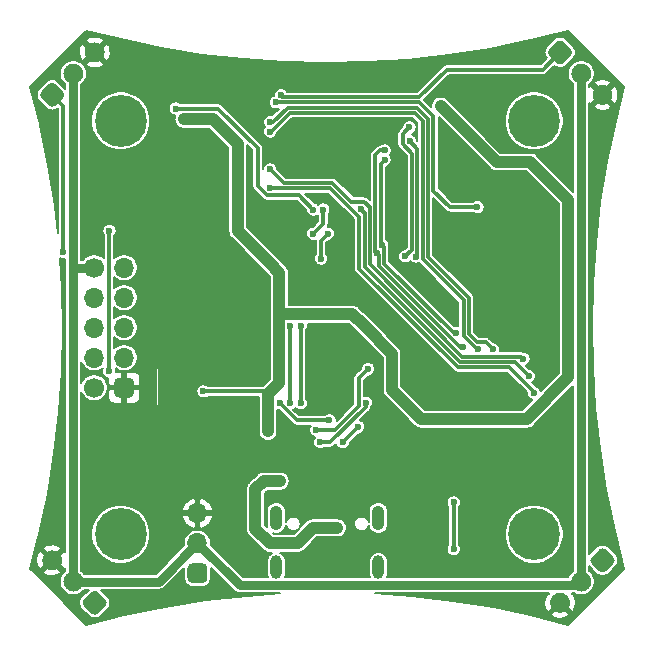
<source format=gbl>
%TF.GenerationSoftware,KiCad,Pcbnew,(5.1.9-0-10_14)*%
%TF.CreationDate,2021-01-25T23:13:15-08:00*%
%TF.ProjectId,flight-computer-2,666c6967-6874-42d6-936f-6d7075746572,rev?*%
%TF.SameCoordinates,PX57bcf00PY58b1140*%
%TF.FileFunction,Copper,L2,Bot*%
%TF.FilePolarity,Positive*%
%FSLAX46Y46*%
G04 Gerber Fmt 4.6, Leading zero omitted, Abs format (unit mm)*
G04 Created by KiCad (PCBNEW (5.1.9-0-10_14)) date 2021-01-25 23:13:15*
%MOMM*%
%LPD*%
G01*
G04 APERTURE LIST*
%TA.AperFunction,ComponentPad*%
%ADD10O,1.700000X1.700000*%
%TD*%
%TA.AperFunction,SMDPad,CuDef*%
%ADD11R,1.680000X1.680000*%
%TD*%
%TA.AperFunction,ComponentPad*%
%ADD12C,0.500000*%
%TD*%
%TA.AperFunction,ComponentPad*%
%ADD13C,1.700000*%
%TD*%
%TA.AperFunction,ComponentPad*%
%ADD14O,1.000000X2.000000*%
%TD*%
%TA.AperFunction,ComponentPad*%
%ADD15O,1.050000X2.100000*%
%TD*%
%TA.AperFunction,ComponentPad*%
%ADD16C,4.400000*%
%TD*%
%TA.AperFunction,ViaPad*%
%ADD17C,0.600000*%
%TD*%
%TA.AperFunction,ViaPad*%
%ADD18C,1.000000*%
%TD*%
%TA.AperFunction,Conductor*%
%ADD19C,1.000000*%
%TD*%
%TA.AperFunction,Conductor*%
%ADD20C,0.300000*%
%TD*%
%TA.AperFunction,Conductor*%
%ADD21C,0.750000*%
%TD*%
%TA.AperFunction,Conductor*%
%ADD22C,0.200000*%
%TD*%
%TA.AperFunction,Conductor*%
%ADD23C,0.100000*%
%TD*%
%TA.AperFunction,Conductor*%
%ADD24C,0.050000*%
%TD*%
G04 APERTURE END LIST*
D10*
X14500000Y9790000D03*
X14500000Y7250000D03*
%TA.AperFunction,ComponentPad*%
G36*
G01*
X15350000Y5135000D02*
X15350000Y4285000D01*
G75*
G02*
X14925000Y3860000I-425000J0D01*
G01*
X14075000Y3860000D01*
G75*
G02*
X13650000Y4285000I0J425000D01*
G01*
X13650000Y5135000D01*
G75*
G02*
X14075000Y5560000I425000J0D01*
G01*
X14925000Y5560000D01*
G75*
G02*
X15350000Y5135000I0J-425000D01*
G01*
G37*
%TD.AperFunction*%
D11*
X12600000Y20500000D03*
D12*
X12010000Y19910000D03*
X12010000Y21090000D03*
X13190000Y19910000D03*
X13190000Y21090000D03*
D13*
X5750000Y30580000D03*
D10*
X8290000Y30580000D03*
X5750000Y28040000D03*
X8290000Y28040000D03*
X5750000Y25500000D03*
X8290000Y25500000D03*
X5750000Y22960000D03*
X8290000Y22960000D03*
D13*
X5750000Y20420000D03*
%TA.AperFunction,ComponentPad*%
G36*
G01*
X7440000Y19995000D02*
X7440000Y20845000D01*
G75*
G02*
X7865000Y21270000I425000J0D01*
G01*
X8715000Y21270000D01*
G75*
G02*
X9140000Y20845000I0J-425000D01*
G01*
X9140000Y19995000D01*
G75*
G02*
X8715000Y19570000I-425000J0D01*
G01*
X7865000Y19570000D01*
G75*
G02*
X7440000Y19995000I0J425000D01*
G01*
G37*
%TD.AperFunction*%
D14*
X21180000Y5200000D03*
X29820000Y5200000D03*
D15*
X21180000Y9380000D03*
X29820000Y9380000D03*
D16*
X8000000Y43000000D03*
X43000000Y43000000D03*
X43000000Y8000000D03*
X8000000Y8000000D03*
%TA.AperFunction,ComponentPad*%
G36*
G01*
X2804990Y6397092D02*
X2804990Y6397092D01*
G75*
G02*
X2804990Y5195010I-601041J-601041D01*
G01*
X2804990Y5195010D01*
G75*
G02*
X1602908Y5195010I-601041J601041D01*
G01*
X1602908Y5195010D01*
G75*
G02*
X1602908Y6397092I601041J601041D01*
G01*
X1602908Y6397092D01*
G75*
G02*
X2804990Y6397092I601041J-601041D01*
G01*
G37*
%TD.AperFunction*%
%TA.AperFunction,ComponentPad*%
G36*
G01*
X4601041Y4601041D02*
X4601041Y4601041D01*
G75*
G02*
X4601041Y3398959I-601041J-601041D01*
G01*
X4601041Y3398959D01*
G75*
G02*
X3398959Y3398959I-601041J601041D01*
G01*
X3398959Y3398959D01*
G75*
G02*
X3398959Y4601041I601041J601041D01*
G01*
X3398959Y4601041D01*
G75*
G02*
X4601041Y4601041I601041J-601041D01*
G01*
G37*
%TD.AperFunction*%
%TA.AperFunction,ComponentPad*%
G36*
G01*
X6096571Y3105510D02*
X6697612Y2504469D01*
G75*
G02*
X6697612Y1903429I-300520J-300520D01*
G01*
X6096571Y1302388D01*
G75*
G02*
X5495531Y1302388I-300520J300520D01*
G01*
X4894490Y1903429D01*
G75*
G02*
X4894490Y2504469I300520J300520D01*
G01*
X5495531Y3105510D01*
G75*
G02*
X6096571Y3105510I300520J-300520D01*
G01*
G37*
%TD.AperFunction*%
%TA.AperFunction,ComponentPad*%
G36*
G01*
X44602908Y2804990D02*
X44602908Y2804990D01*
G75*
G02*
X45804990Y2804990I601041J-601041D01*
G01*
X45804990Y2804990D01*
G75*
G02*
X45804990Y1602908I-601041J-601041D01*
G01*
X45804990Y1602908D01*
G75*
G02*
X44602908Y1602908I-601041J601041D01*
G01*
X44602908Y1602908D01*
G75*
G02*
X44602908Y2804990I601041J601041D01*
G01*
G37*
%TD.AperFunction*%
%TA.AperFunction,ComponentPad*%
G36*
G01*
X46398959Y4601041D02*
X46398959Y4601041D01*
G75*
G02*
X47601041Y4601041I601041J-601041D01*
G01*
X47601041Y4601041D01*
G75*
G02*
X47601041Y3398959I-601041J-601041D01*
G01*
X47601041Y3398959D01*
G75*
G02*
X46398959Y3398959I-601041J601041D01*
G01*
X46398959Y3398959D01*
G75*
G02*
X46398959Y4601041I601041J601041D01*
G01*
G37*
%TD.AperFunction*%
%TA.AperFunction,ComponentPad*%
G36*
G01*
X47894490Y6096571D02*
X48495531Y6697612D01*
G75*
G02*
X49096571Y6697612I300520J-300520D01*
G01*
X49697612Y6096571D01*
G75*
G02*
X49697612Y5495531I-300520J-300520D01*
G01*
X49096571Y4894490D01*
G75*
G02*
X48495531Y4894490I-300520J300520D01*
G01*
X47894490Y5495531D01*
G75*
G02*
X47894490Y6096571I300520J300520D01*
G01*
G37*
%TD.AperFunction*%
%TA.AperFunction,ComponentPad*%
G36*
G01*
X48195010Y44602908D02*
X48195010Y44602908D01*
G75*
G02*
X48195010Y45804990I601041J601041D01*
G01*
X48195010Y45804990D01*
G75*
G02*
X49397092Y45804990I601041J-601041D01*
G01*
X49397092Y45804990D01*
G75*
G02*
X49397092Y44602908I-601041J-601041D01*
G01*
X49397092Y44602908D01*
G75*
G02*
X48195010Y44602908I-601041J601041D01*
G01*
G37*
%TD.AperFunction*%
%TA.AperFunction,ComponentPad*%
G36*
G01*
X46398959Y46398959D02*
X46398959Y46398959D01*
G75*
G02*
X46398959Y47601041I601041J601041D01*
G01*
X46398959Y47601041D01*
G75*
G02*
X47601041Y47601041I601041J-601041D01*
G01*
X47601041Y47601041D01*
G75*
G02*
X47601041Y46398959I-601041J-601041D01*
G01*
X47601041Y46398959D01*
G75*
G02*
X46398959Y46398959I-601041J601041D01*
G01*
G37*
%TD.AperFunction*%
%TA.AperFunction,ComponentPad*%
G36*
G01*
X44903429Y47894490D02*
X44302388Y48495531D01*
G75*
G02*
X44302388Y49096571I300520J300520D01*
G01*
X44903429Y49697612D01*
G75*
G02*
X45504469Y49697612I300520J-300520D01*
G01*
X46105510Y49096571D01*
G75*
G02*
X46105510Y48495531I-300520J-300520D01*
G01*
X45504469Y47894490D01*
G75*
G02*
X44903429Y47894490I-300520J300520D01*
G01*
G37*
%TD.AperFunction*%
%TA.AperFunction,ComponentPad*%
G36*
G01*
X6397092Y48195010D02*
X6397092Y48195010D01*
G75*
G02*
X5195010Y48195010I-601041J601041D01*
G01*
X5195010Y48195010D01*
G75*
G02*
X5195010Y49397092I601041J601041D01*
G01*
X5195010Y49397092D01*
G75*
G02*
X6397092Y49397092I601041J-601041D01*
G01*
X6397092Y49397092D01*
G75*
G02*
X6397092Y48195010I-601041J-601041D01*
G01*
G37*
%TD.AperFunction*%
%TA.AperFunction,ComponentPad*%
G36*
G01*
X4601041Y46398959D02*
X4601041Y46398959D01*
G75*
G02*
X3398959Y46398959I-601041J601041D01*
G01*
X3398959Y46398959D01*
G75*
G02*
X3398959Y47601041I601041J601041D01*
G01*
X3398959Y47601041D01*
G75*
G02*
X4601041Y47601041I601041J-601041D01*
G01*
X4601041Y47601041D01*
G75*
G02*
X4601041Y46398959I-601041J-601041D01*
G01*
G37*
%TD.AperFunction*%
%TA.AperFunction,ComponentPad*%
G36*
G01*
X3105510Y44903429D02*
X2504469Y44302388D01*
G75*
G02*
X1903429Y44302388I-300520J300520D01*
G01*
X1302388Y44903429D01*
G75*
G02*
X1302388Y45504469I300520J300520D01*
G01*
X1903429Y46105510D01*
G75*
G02*
X2504469Y46105510I300520J-300520D01*
G01*
X3105510Y45504469D01*
G75*
G02*
X3105510Y44903429I-300520J-300520D01*
G01*
G37*
%TD.AperFunction*%
D17*
X46100000Y45300000D03*
X45300000Y46100000D03*
X5700000Y46100000D03*
X4900000Y45300000D03*
X45300000Y4900000D03*
X46100000Y5700000D03*
X31500000Y5250000D03*
X5300000Y45700000D03*
X42700001Y2200000D03*
X48850000Y8350000D03*
X39000000Y10950000D03*
X37325000Y8725000D03*
X34100000Y22700000D03*
X31350000Y25275000D03*
X16500000Y15350000D03*
X17400000Y15350000D03*
X21175000Y11050000D03*
X29850000Y11050000D03*
X29250000Y11500000D03*
X21750000Y11500000D03*
X25400000Y11600000D03*
X21250000Y14500000D03*
X20350000Y14500000D03*
X39500000Y33350000D03*
X11200000Y23950000D03*
X11200000Y22750000D03*
X12700000Y9800000D03*
X18050000Y32000000D03*
X22150000Y32550000D03*
X26450000Y18200000D03*
X29750000Y26900000D03*
X26350000Y30800000D03*
X26350000Y29100000D03*
X24650000Y29100000D03*
X26900000Y25500000D03*
X33150000Y15800000D03*
X30000000Y13500000D03*
X15700000Y18900000D03*
X18500000Y22700000D03*
X16250000Y22050000D03*
X15100000Y27000000D03*
X18400000Y27000000D03*
X25500000Y25500000D03*
X27449038Y19199038D03*
X12300000Y26150000D03*
X2200000Y8300000D03*
X8350000Y2150000D03*
X8299999Y48800000D03*
X2150000Y42650000D03*
X48800000Y42700001D03*
X42650000Y48850000D03*
X23000000Y39000000D03*
X28000000Y39000000D03*
X23000000Y42000000D03*
X28000000Y42000000D03*
X20650000Y40500000D03*
X19200000Y47900000D03*
X31800000Y47900000D03*
X31800000Y46100000D03*
X19200000Y46100000D03*
X5300000Y11550000D03*
X7050000Y36100000D03*
X10900000Y36100000D03*
X44900000Y15500000D03*
X43450000Y25000000D03*
X34800000Y28150000D03*
X35250000Y31650000D03*
X31450000Y32600000D03*
X37700000Y39250000D03*
X42300000Y38050000D03*
X45500000Y39550000D03*
X45700000Y45700000D03*
X35950000Y46450000D03*
X17200000Y46650000D03*
X18500000Y42750000D03*
X12050000Y42050000D03*
X19500000Y5250000D03*
X45700000Y5300000D03*
X5300000Y5300000D03*
X4900000Y5700000D03*
X5700000Y4900000D03*
X44525000Y28975000D03*
X16300000Y9800000D03*
X11750000Y6000000D03*
X9900000Y40400000D03*
X7000000Y17200000D03*
X41450000Y14250000D03*
X15000000Y20100000D03*
X39825000Y39525000D03*
X28562500Y25687500D03*
X32525000Y18675000D03*
X34400000Y17750000D03*
D18*
X13350000Y43150000D03*
D17*
X20475000Y18400000D03*
X20475000Y19200000D03*
X20475000Y17600000D03*
X20475000Y16800000D03*
X21425000Y27715541D03*
D18*
X20645213Y30929991D03*
D17*
X35100000Y44250000D03*
X45900000Y33350000D03*
X45900000Y27950000D03*
X36200000Y6750000D03*
X36200000Y10700000D03*
X42100000Y22850000D03*
X20650000Y38900000D03*
X28350000Y35550000D03*
X42552400Y21400000D03*
X4000000Y38900000D03*
X26800000Y15800000D03*
X28100000Y17100000D03*
X24900000Y15800000D03*
X28750000Y19150000D03*
X7050000Y33692030D03*
X7025000Y21800000D03*
X20650000Y37300000D03*
X3150000Y31900000D03*
X21583897Y45189688D03*
X43004810Y19950000D03*
X25677410Y17644024D03*
X21450000Y19100000D03*
X30350000Y40500000D03*
X37000000Y23850000D03*
X29702400Y31792789D03*
X24300000Y33450000D03*
X32475000Y41300000D03*
X32450000Y42450000D03*
X21150000Y44575000D03*
X38208221Y35695051D03*
X20100000Y12500000D03*
X20800000Y12500000D03*
X26350090Y8550090D03*
X24280090Y8530090D03*
X21500000Y12500000D03*
X30154810Y32480460D03*
X30350000Y39700000D03*
X36397599Y25047599D03*
X25150000Y35500000D03*
X23250000Y19100000D03*
X23250000Y25672600D03*
X32967780Y31510251D03*
X22350000Y19100000D03*
X22377400Y25672600D03*
X32096617Y31530761D03*
X25550000Y33449999D03*
X24960668Y31339332D03*
X12650000Y44050000D03*
X24300000Y35500000D03*
X20650000Y42900000D03*
X20650000Y42100000D03*
X38250000Y23652400D03*
X39500000Y23652400D03*
X24550000Y16825000D03*
X28950000Y22000000D03*
D19*
X30975000Y23275000D02*
X30975000Y20225000D01*
X28562500Y25687500D02*
X30975000Y23275000D01*
X32525000Y18675000D02*
X33450000Y17750000D01*
X30975000Y20225000D02*
X32525000Y18675000D01*
X34400000Y17750000D02*
X42400000Y17750000D01*
X33450000Y17750000D02*
X34400000Y17750000D01*
X28562500Y25687500D02*
X27625000Y26625000D01*
D20*
X20225000Y19800000D02*
X20250000Y19825000D01*
D19*
X21425000Y26725000D02*
X21425000Y20825000D01*
X20475000Y19875000D02*
X20475000Y16725000D01*
X21425000Y20825000D02*
X20475000Y19875000D01*
X21525000Y26625000D02*
X21425000Y26725000D01*
X27625000Y26625000D02*
X21525000Y26625000D01*
X21425000Y30150204D02*
X20645213Y30929991D01*
X21425000Y26725000D02*
X21425000Y30150204D01*
X17925000Y33650204D02*
X20645213Y30929991D01*
X39825000Y39525000D02*
X35100000Y44250000D01*
X39825000Y39525000D02*
X42675000Y39525000D01*
X17925000Y33650204D02*
X17925000Y41075000D01*
X15850000Y43150000D02*
X13350000Y43150000D01*
X17925000Y41075000D02*
X15850000Y43150000D01*
X42400000Y17800000D02*
X45900000Y21300000D01*
X42400000Y17750000D02*
X42400000Y17800000D01*
X45900000Y36300000D02*
X42675000Y39525000D01*
X45900000Y33350000D02*
X45900000Y36300000D01*
X45900000Y27950000D02*
X45900000Y33350000D01*
X45900000Y21300000D02*
X45900000Y27950000D01*
D20*
X20250000Y20100000D02*
X20475000Y19875000D01*
X15000000Y20100000D02*
X20250000Y20100000D01*
X36200000Y6750000D02*
X36200000Y10700000D01*
X29100000Y30850000D02*
X29100000Y35691554D01*
X41900000Y23050000D02*
X36900000Y23050000D01*
X36900000Y23050000D02*
X29100000Y30850000D01*
X42100000Y22850000D02*
X41900000Y23050000D01*
X21797590Y37752410D02*
X20650000Y38900000D01*
X22597590Y37752410D02*
X21797590Y37752410D01*
X28639153Y36152401D02*
X27532584Y36152401D01*
X29100000Y35691554D02*
X28639153Y36152401D01*
X27532584Y36152401D02*
X25932575Y37752410D01*
X25932575Y37752410D02*
X25647590Y37752410D01*
X25647590Y37752410D02*
X22597590Y37752410D01*
X28350000Y35500000D02*
X28350000Y35550000D01*
X28647591Y30662605D02*
X28647590Y35202410D01*
X41354810Y22597590D02*
X36712606Y22597590D01*
X28647590Y35202410D02*
X28350000Y35500000D01*
X36712606Y22597590D02*
X28647591Y30662605D01*
X42552400Y21400000D02*
X41354810Y22597590D01*
D21*
X11250000Y4000000D02*
X14500000Y7250000D01*
X4000000Y4000000D02*
X11250000Y4000000D01*
X4070000Y30580000D02*
X4000000Y30650000D01*
X4000000Y4000000D02*
X4000000Y30650000D01*
X47000000Y47000000D02*
X47000000Y4000000D01*
X5750000Y30580000D02*
X4070000Y30580000D01*
X46672590Y3672590D02*
X47000000Y4000000D01*
X18077410Y3672590D02*
X46672590Y3672590D01*
X14500000Y7250000D02*
X18077410Y3672590D01*
X4000000Y38900000D02*
X4000000Y47000000D01*
X4000000Y30650000D02*
X4000000Y38900000D01*
D20*
X26800000Y15800000D02*
X28100000Y17100000D01*
X24900000Y15800000D02*
X25750000Y15800000D01*
X28750000Y18800000D02*
X28750000Y19150000D01*
X25750000Y15800000D02*
X28750000Y18800000D01*
X7025000Y32325000D02*
X7025000Y21800000D01*
X7025000Y32902400D02*
X7025000Y32325000D01*
X7025000Y32902400D02*
X7025000Y33667030D01*
X7025000Y33667030D02*
X7050000Y33692030D01*
X2203949Y45203949D02*
X3125000Y44282898D01*
X3125000Y44282898D02*
X3125000Y37524994D01*
X3125000Y37524994D02*
X3125000Y33197600D01*
X3125000Y33197600D02*
X3125000Y32875000D01*
X3125000Y31925000D02*
X3150000Y31900000D01*
X3125000Y32875000D02*
X3125000Y31925000D01*
X21583897Y45116103D02*
X21672590Y45027410D01*
X21583897Y45189688D02*
X21583897Y45116103D01*
X21746175Y45027410D02*
X21583897Y45189688D01*
X43757898Y47350000D02*
X35600000Y47350000D01*
X33277410Y45027410D02*
X21746175Y45027410D01*
X35600000Y47350000D02*
X33277410Y45027410D01*
X45203949Y48796051D02*
X43757898Y47350000D01*
X25745181Y37300000D02*
X20650000Y37300000D01*
X40915666Y22145180D02*
X36525212Y22145180D01*
X28195182Y34849999D02*
X25745181Y37300000D01*
X36525212Y22145180D02*
X28195182Y30475210D01*
X43004810Y20056036D02*
X40915666Y22145180D01*
X28195182Y30475210D02*
X28195182Y34849999D01*
X43004810Y19950000D02*
X43004810Y20056036D01*
X22905976Y17644024D02*
X21450000Y19100000D01*
X25677410Y17644024D02*
X22905976Y17644024D01*
X36739804Y23850000D02*
X37000000Y23850000D01*
X29702400Y31792789D02*
X29807211Y31792789D01*
X29850000Y30739804D02*
X36739804Y23850000D01*
X29850000Y31645189D02*
X29702400Y31792789D01*
X29850000Y30739804D02*
X29850000Y31645189D01*
X29552410Y31942779D02*
X29702400Y31792789D01*
X29925736Y40500000D02*
X29552410Y40126674D01*
X30350000Y40500000D02*
X29925736Y40500000D01*
X29552410Y40126674D02*
X29552410Y31942779D01*
X24300000Y33450000D02*
X25150000Y34300000D01*
X33275000Y44575000D02*
X21150000Y44575000D01*
X34475000Y43375000D02*
X33275000Y44575000D01*
X34475000Y37100000D02*
X34475000Y43375000D01*
X35879949Y35695051D02*
X34475000Y37100000D01*
X38208221Y35695051D02*
X35879949Y35695051D01*
D19*
X26350090Y8550090D02*
X24299910Y8550090D01*
X20100000Y12500000D02*
X20450000Y12500000D01*
X24280090Y8530090D02*
X22975000Y7225000D01*
X22975000Y7225000D02*
X20625000Y7225000D01*
X20625000Y7225000D02*
X19400000Y8450000D01*
X19400000Y11800000D02*
X20100000Y12500000D01*
X19400000Y8450000D02*
X19400000Y11800000D01*
X21500000Y12500000D02*
X20100000Y12500000D01*
D20*
X30350000Y39700000D02*
X30004820Y39354820D01*
X30004820Y32630450D02*
X30154810Y32480460D01*
X30004820Y39354820D02*
X30004820Y32630450D01*
X36182009Y25047599D02*
X36397599Y25047599D01*
X30304801Y30924807D02*
X36182009Y25047599D01*
X30304801Y32330469D02*
X30304801Y30924807D01*
X30154810Y32480460D02*
X30304801Y32330469D01*
X25150000Y35500000D02*
X25150000Y34300000D01*
X23250000Y19100000D02*
X23250000Y25672600D01*
X33117772Y40657228D02*
X32475000Y41300000D01*
X33117772Y31717771D02*
X33117772Y40657228D01*
X33117772Y31660243D02*
X32967780Y31510251D01*
X33117772Y31717771D02*
X33117772Y31660243D01*
X22350000Y25645200D02*
X22377400Y25672600D01*
X22350000Y19100000D02*
X22350000Y25645200D01*
X31872599Y41872599D02*
X32450000Y42450000D01*
X32665362Y40218084D02*
X31872599Y41010847D01*
X31872599Y41010847D02*
X31872599Y41872599D01*
X32665362Y32099506D02*
X32665362Y40218084D01*
X32096617Y31530761D02*
X32665362Y32099506D01*
X24960668Y32860667D02*
X25550000Y33449999D01*
X24960668Y31339332D02*
X24960668Y32860667D01*
X16234779Y44050000D02*
X12650000Y44050000D01*
X19600000Y40684778D02*
X16234779Y44050000D01*
X19600000Y37458446D02*
X19600000Y40684778D01*
X20360847Y36697599D02*
X19600000Y37458446D01*
X22302401Y36697599D02*
X20360847Y36697599D01*
X23102401Y36697599D02*
X24300000Y35500000D01*
X22302401Y36697599D02*
X23102401Y36697599D01*
X33570180Y42979820D02*
X32879820Y43670180D01*
X33570180Y42979820D02*
X33570181Y31290015D01*
X33570181Y31290015D02*
X37050000Y27810196D01*
X37050000Y27810196D02*
X37050000Y26275000D01*
X20741554Y42100000D02*
X20650000Y42100000D01*
X22311734Y43670180D02*
X20741554Y42100000D01*
X32879820Y43670180D02*
X22311734Y43670180D01*
X37050000Y26275000D02*
X37050000Y24750000D01*
X38147600Y23652400D02*
X38250000Y23652400D01*
X37050000Y24750000D02*
X38147600Y23652400D01*
X38897599Y24254801D02*
X39500000Y23652400D01*
X37502410Y24937394D02*
X38185003Y24254801D01*
X34022590Y31477410D02*
X37502410Y27997590D01*
X38185003Y24254801D02*
X38897599Y24254801D01*
X34022590Y43187606D02*
X34022590Y31477410D01*
X37502410Y27997590D02*
X37502410Y24937394D01*
X33087606Y44122590D02*
X34022590Y43187606D01*
X20650000Y42900000D02*
X20901750Y42900000D01*
X22124340Y44122590D02*
X22377410Y44122590D01*
X20901750Y42900000D02*
X22124340Y44122590D01*
X22377410Y44122590D02*
X33087606Y44122590D01*
X28147599Y18837403D02*
X28147599Y20993615D01*
X26135196Y16825000D02*
X28147599Y18837403D01*
X24550000Y16825000D02*
X26135196Y16825000D01*
X28147599Y21197599D02*
X28950000Y22000000D01*
X28147599Y20993615D02*
X28147599Y21197599D01*
D22*
X2974986Y31323058D02*
X3090905Y31300000D01*
X3209095Y31300000D01*
X3325000Y31323055D01*
X3325000Y30683152D01*
X3321735Y30650000D01*
X3325000Y30616848D01*
X3325000Y30616842D01*
X3325001Y30616832D01*
X3325000Y6485127D01*
X3169703Y6549673D01*
X2416081Y5796051D01*
X3170314Y5041818D01*
X3325000Y5106751D01*
X3325000Y4932072D01*
X3266918Y4893263D01*
X3106737Y4733082D01*
X2980884Y4544729D01*
X2894194Y4335443D01*
X2850000Y4113265D01*
X2850000Y3886735D01*
X2894194Y3664557D01*
X2980884Y3455271D01*
X3106737Y3266918D01*
X3266918Y3106737D01*
X3455271Y2980884D01*
X3664557Y2894194D01*
X3886735Y2850000D01*
X4113265Y2850000D01*
X4335443Y2894194D01*
X4544729Y2980884D01*
X4733082Y3106737D01*
X4893263Y3266918D01*
X4932072Y3325000D01*
X5290088Y3325000D01*
X5282373Y3318668D01*
X4681332Y2717627D01*
X4590988Y2607544D01*
X4523857Y2481950D01*
X4482518Y2345673D01*
X4468559Y2203949D01*
X4482518Y2062225D01*
X4523857Y1925948D01*
X4590988Y1800354D01*
X4681332Y1690271D01*
X5282373Y1089230D01*
X5392456Y998886D01*
X5518050Y931755D01*
X5654327Y890416D01*
X5796051Y876457D01*
X5937775Y890416D01*
X6074052Y931755D01*
X6199646Y998886D01*
X6309729Y1089230D01*
X6910770Y1690271D01*
X7001114Y1800354D01*
X7068245Y1925948D01*
X7109584Y2062225D01*
X7123543Y2203949D01*
X7109584Y2345673D01*
X7068245Y2481950D01*
X7001114Y2607544D01*
X6910770Y2717627D01*
X6309729Y3318668D01*
X6302014Y3325000D01*
X11216848Y3325000D01*
X11250000Y3321735D01*
X11283152Y3325000D01*
X11283159Y3325000D01*
X11382323Y3334767D01*
X11509561Y3373364D01*
X11626824Y3436042D01*
X11729606Y3520394D01*
X11750742Y3546148D01*
X13349527Y5144933D01*
X13348549Y5135000D01*
X13348549Y4285000D01*
X13362508Y4143276D01*
X13403847Y4006999D01*
X13470978Y3881405D01*
X13561322Y3771322D01*
X13671405Y3680978D01*
X13796999Y3613847D01*
X13933276Y3572508D01*
X14075000Y3558549D01*
X14925000Y3558549D01*
X15066724Y3572508D01*
X15203001Y3613847D01*
X15328595Y3680978D01*
X15438678Y3771322D01*
X15529022Y3881405D01*
X15596153Y4006999D01*
X15637492Y4143276D01*
X15651451Y4285000D01*
X15651451Y5135000D01*
X15650473Y5144933D01*
X17576668Y3218738D01*
X17597804Y3192984D01*
X17623558Y3171848D01*
X17623560Y3171846D01*
X17674410Y3130114D01*
X17700586Y3108632D01*
X17731955Y3091865D01*
X17817848Y3045954D01*
X17945086Y3007357D01*
X17957602Y3006124D01*
X18044251Y2997590D01*
X18044258Y2997590D01*
X18077410Y2994325D01*
X18110562Y2997590D01*
X21521668Y2997590D01*
X18673753Y2809222D01*
X18668124Y2808721D01*
X18662448Y2808276D01*
X18659064Y2807916D01*
X15196484Y2420494D01*
X15190817Y2419729D01*
X15185234Y2419035D01*
X15181870Y2418522D01*
X11740429Y1874426D01*
X11734813Y1873407D01*
X11729257Y1872459D01*
X11725919Y1871793D01*
X8312703Y1172143D01*
X8307184Y1170880D01*
X8301631Y1169671D01*
X8298327Y1168855D01*
X5099301Y360318D01*
X629322Y4830297D01*
X1450327Y4830297D01*
X1536705Y4622473D01*
X1598852Y4589247D01*
X1845915Y4494387D01*
X2106737Y4449549D01*
X2371294Y4456457D01*
X2629421Y4514844D01*
X2871197Y4622468D01*
X2958182Y4829686D01*
X2203949Y5583919D01*
X1450327Y4830297D01*
X629322Y4830297D01*
X360625Y5098993D01*
X513523Y5698839D01*
X857447Y5698839D01*
X902285Y5438017D01*
X997145Y5190954D01*
X1030371Y5128807D01*
X1238195Y5042429D01*
X1991817Y5796051D01*
X1237584Y6550284D01*
X1030366Y6463299D01*
X922742Y6221523D01*
X864355Y5963396D01*
X857447Y5698839D01*
X513523Y5698839D01*
X784625Y6762416D01*
X1449716Y6762416D01*
X2203949Y6008183D01*
X2957571Y6761805D01*
X2871193Y6969629D01*
X2809046Y7002855D01*
X2561983Y7097715D01*
X2301161Y7142553D01*
X2036604Y7135645D01*
X1778477Y7077258D01*
X1536701Y6969634D01*
X1449716Y6762416D01*
X784625Y6762416D01*
X1098853Y7995179D01*
X1100056Y8000390D01*
X1101322Y8005577D01*
X1102037Y8008904D01*
X1815482Y11419264D01*
X1816520Y11424860D01*
X1817610Y11430407D01*
X1818173Y11433763D01*
X2376179Y14872975D01*
X2376957Y14878576D01*
X2377800Y14884203D01*
X2378210Y14887581D01*
X2779629Y18348567D01*
X2780155Y18354226D01*
X2780739Y18359857D01*
X2780995Y18363251D01*
X3025000Y21838882D01*
X3025266Y21844505D01*
X3025597Y21850210D01*
X3025699Y21853612D01*
X3111787Y25336735D01*
X3111798Y25342400D01*
X3111869Y25348079D01*
X3111817Y25351482D01*
X3039812Y28834925D01*
X3039565Y28840617D01*
X3039379Y28846261D01*
X3039172Y28849658D01*
X2872775Y31365395D01*
X2974986Y31323058D01*
%TA.AperFunction,Conductor*%
D23*
G36*
X2974986Y31323058D02*
G01*
X3090905Y31300000D01*
X3209095Y31300000D01*
X3325000Y31323055D01*
X3325000Y30683152D01*
X3321735Y30650000D01*
X3325000Y30616848D01*
X3325000Y30616842D01*
X3325001Y30616832D01*
X3325000Y6485127D01*
X3169703Y6549673D01*
X2416081Y5796051D01*
X3170314Y5041818D01*
X3325000Y5106751D01*
X3325000Y4932072D01*
X3266918Y4893263D01*
X3106737Y4733082D01*
X2980884Y4544729D01*
X2894194Y4335443D01*
X2850000Y4113265D01*
X2850000Y3886735D01*
X2894194Y3664557D01*
X2980884Y3455271D01*
X3106737Y3266918D01*
X3266918Y3106737D01*
X3455271Y2980884D01*
X3664557Y2894194D01*
X3886735Y2850000D01*
X4113265Y2850000D01*
X4335443Y2894194D01*
X4544729Y2980884D01*
X4733082Y3106737D01*
X4893263Y3266918D01*
X4932072Y3325000D01*
X5290088Y3325000D01*
X5282373Y3318668D01*
X4681332Y2717627D01*
X4590988Y2607544D01*
X4523857Y2481950D01*
X4482518Y2345673D01*
X4468559Y2203949D01*
X4482518Y2062225D01*
X4523857Y1925948D01*
X4590988Y1800354D01*
X4681332Y1690271D01*
X5282373Y1089230D01*
X5392456Y998886D01*
X5518050Y931755D01*
X5654327Y890416D01*
X5796051Y876457D01*
X5937775Y890416D01*
X6074052Y931755D01*
X6199646Y998886D01*
X6309729Y1089230D01*
X6910770Y1690271D01*
X7001114Y1800354D01*
X7068245Y1925948D01*
X7109584Y2062225D01*
X7123543Y2203949D01*
X7109584Y2345673D01*
X7068245Y2481950D01*
X7001114Y2607544D01*
X6910770Y2717627D01*
X6309729Y3318668D01*
X6302014Y3325000D01*
X11216848Y3325000D01*
X11250000Y3321735D01*
X11283152Y3325000D01*
X11283159Y3325000D01*
X11382323Y3334767D01*
X11509561Y3373364D01*
X11626824Y3436042D01*
X11729606Y3520394D01*
X11750742Y3546148D01*
X13349527Y5144933D01*
X13348549Y5135000D01*
X13348549Y4285000D01*
X13362508Y4143276D01*
X13403847Y4006999D01*
X13470978Y3881405D01*
X13561322Y3771322D01*
X13671405Y3680978D01*
X13796999Y3613847D01*
X13933276Y3572508D01*
X14075000Y3558549D01*
X14925000Y3558549D01*
X15066724Y3572508D01*
X15203001Y3613847D01*
X15328595Y3680978D01*
X15438678Y3771322D01*
X15529022Y3881405D01*
X15596153Y4006999D01*
X15637492Y4143276D01*
X15651451Y4285000D01*
X15651451Y5135000D01*
X15650473Y5144933D01*
X17576668Y3218738D01*
X17597804Y3192984D01*
X17623558Y3171848D01*
X17623560Y3171846D01*
X17674410Y3130114D01*
X17700586Y3108632D01*
X17731955Y3091865D01*
X17817848Y3045954D01*
X17945086Y3007357D01*
X17957602Y3006124D01*
X18044251Y2997590D01*
X18044258Y2997590D01*
X18077410Y2994325D01*
X18110562Y2997590D01*
X21521668Y2997590D01*
X18673753Y2809222D01*
X18668124Y2808721D01*
X18662448Y2808276D01*
X18659064Y2807916D01*
X15196484Y2420494D01*
X15190817Y2419729D01*
X15185234Y2419035D01*
X15181870Y2418522D01*
X11740429Y1874426D01*
X11734813Y1873407D01*
X11729257Y1872459D01*
X11725919Y1871793D01*
X8312703Y1172143D01*
X8307184Y1170880D01*
X8301631Y1169671D01*
X8298327Y1168855D01*
X5099301Y360318D01*
X629322Y4830297D01*
X1450327Y4830297D01*
X1536705Y4622473D01*
X1598852Y4589247D01*
X1845915Y4494387D01*
X2106737Y4449549D01*
X2371294Y4456457D01*
X2629421Y4514844D01*
X2871197Y4622468D01*
X2958182Y4829686D01*
X2203949Y5583919D01*
X1450327Y4830297D01*
X629322Y4830297D01*
X360625Y5098993D01*
X513523Y5698839D01*
X857447Y5698839D01*
X902285Y5438017D01*
X997145Y5190954D01*
X1030371Y5128807D01*
X1238195Y5042429D01*
X1991817Y5796051D01*
X1237584Y6550284D01*
X1030366Y6463299D01*
X922742Y6221523D01*
X864355Y5963396D01*
X857447Y5698839D01*
X513523Y5698839D01*
X784625Y6762416D01*
X1449716Y6762416D01*
X2203949Y6008183D01*
X2957571Y6761805D01*
X2871193Y6969629D01*
X2809046Y7002855D01*
X2561983Y7097715D01*
X2301161Y7142553D01*
X2036604Y7135645D01*
X1778477Y7077258D01*
X1536701Y6969634D01*
X1449716Y6762416D01*
X784625Y6762416D01*
X1098853Y7995179D01*
X1100056Y8000390D01*
X1101322Y8005577D01*
X1102037Y8008904D01*
X1815482Y11419264D01*
X1816520Y11424860D01*
X1817610Y11430407D01*
X1818173Y11433763D01*
X2376179Y14872975D01*
X2376957Y14878576D01*
X2377800Y14884203D01*
X2378210Y14887581D01*
X2779629Y18348567D01*
X2780155Y18354226D01*
X2780739Y18359857D01*
X2780995Y18363251D01*
X3025000Y21838882D01*
X3025266Y21844505D01*
X3025597Y21850210D01*
X3025699Y21853612D01*
X3111787Y25336735D01*
X3111798Y25342400D01*
X3111869Y25348079D01*
X3111817Y25351482D01*
X3039812Y28834925D01*
X3039565Y28840617D01*
X3039379Y28846261D01*
X3039172Y28849658D01*
X2872775Y31365395D01*
X2974986Y31323058D01*
G37*
%TD.AperFunction*%
D22*
X50639375Y45901006D02*
X49901147Y43004822D01*
X49899940Y42999593D01*
X49898678Y42994423D01*
X49897963Y42991096D01*
X49184518Y39580736D01*
X49183482Y39575151D01*
X49182390Y39569594D01*
X49181827Y39566237D01*
X48623821Y36127025D01*
X48623041Y36121414D01*
X48622200Y36115797D01*
X48621790Y36112418D01*
X48220371Y32651433D01*
X48219845Y32645782D01*
X48219261Y32640143D01*
X48219005Y32636750D01*
X47975000Y29161118D01*
X47974734Y29155495D01*
X47974403Y29149790D01*
X47974301Y29146388D01*
X47888213Y25663265D01*
X47888202Y25657600D01*
X47888131Y25651921D01*
X47888183Y25648518D01*
X47960188Y22165076D01*
X47960435Y22159385D01*
X47960621Y22153739D01*
X47960828Y22150343D01*
X48190778Y18673753D01*
X48191279Y18668124D01*
X48191724Y18662448D01*
X48192084Y18659064D01*
X48579506Y15196483D01*
X48580272Y15190809D01*
X48580965Y15185234D01*
X48581478Y15181869D01*
X49125574Y11740429D01*
X49126594Y11734807D01*
X49127541Y11729257D01*
X49128207Y11725920D01*
X49827857Y8312703D01*
X49829120Y8307184D01*
X49830329Y8301631D01*
X49831145Y8298327D01*
X50639682Y5099301D01*
X45901007Y360625D01*
X43004822Y1098853D01*
X42999593Y1100060D01*
X42994423Y1101322D01*
X42991096Y1102037D01*
X42343164Y1237584D01*
X44449716Y1237584D01*
X44536701Y1030366D01*
X44778477Y922742D01*
X45036604Y864355D01*
X45301161Y857447D01*
X45561983Y902285D01*
X45809046Y997145D01*
X45871193Y1030371D01*
X45957571Y1238195D01*
X45203949Y1991817D01*
X44449716Y1237584D01*
X42343164Y1237584D01*
X39580736Y1815482D01*
X39575151Y1816518D01*
X39569594Y1817610D01*
X39566237Y1818173D01*
X36127025Y2376179D01*
X36121414Y2376959D01*
X36115797Y2377800D01*
X36112418Y2378210D01*
X32651433Y2779629D01*
X32645782Y2780155D01*
X32640143Y2780739D01*
X32636750Y2780995D01*
X29551549Y2997590D01*
X44198173Y2997590D01*
X44238193Y2957570D01*
X44030371Y2871193D01*
X43997145Y2809046D01*
X43902285Y2561983D01*
X43857447Y2301161D01*
X43864355Y2036604D01*
X43922742Y1778477D01*
X44030366Y1536701D01*
X44237584Y1449716D01*
X44991817Y2203949D01*
X44977675Y2218091D01*
X45189807Y2430223D01*
X45203949Y2416081D01*
X45218092Y2430223D01*
X45430224Y2218091D01*
X45416081Y2203949D01*
X46169703Y1450327D01*
X46377527Y1536705D01*
X46410753Y1598852D01*
X46505613Y1845915D01*
X46550451Y2106737D01*
X46543543Y2371294D01*
X46485156Y2629421D01*
X46377532Y2871197D01*
X46170316Y2958181D01*
X46209725Y2997590D01*
X46430269Y2997590D01*
X46455271Y2980884D01*
X46664557Y2894194D01*
X46886735Y2850000D01*
X47113265Y2850000D01*
X47335443Y2894194D01*
X47544729Y2980884D01*
X47733082Y3106737D01*
X47893263Y3266918D01*
X48019116Y3455271D01*
X48105806Y3664557D01*
X48150000Y3886735D01*
X48150000Y4113265D01*
X48105806Y4335443D01*
X48019116Y4544729D01*
X47893263Y4733082D01*
X47733082Y4893263D01*
X47675000Y4932072D01*
X47675000Y5290088D01*
X47681332Y5282373D01*
X48282373Y4681332D01*
X48392456Y4590988D01*
X48518050Y4523857D01*
X48654327Y4482518D01*
X48796051Y4468559D01*
X48937775Y4482518D01*
X49074052Y4523857D01*
X49199646Y4590988D01*
X49309729Y4681332D01*
X49910770Y5282373D01*
X50001114Y5392456D01*
X50068245Y5518050D01*
X50109584Y5654327D01*
X50123543Y5796051D01*
X50109584Y5937775D01*
X50068245Y6074052D01*
X50001114Y6199646D01*
X49910770Y6309729D01*
X49309729Y6910770D01*
X49199646Y7001114D01*
X49074052Y7068245D01*
X48937775Y7109584D01*
X48796051Y7123543D01*
X48654327Y7109584D01*
X48518050Y7068245D01*
X48392456Y7001114D01*
X48282373Y6910770D01*
X47681332Y6309729D01*
X47675000Y6302014D01*
X47675000Y44238195D01*
X48042429Y44238195D01*
X48128807Y44030371D01*
X48190954Y43997145D01*
X48438017Y43902285D01*
X48698839Y43857447D01*
X48963396Y43864355D01*
X49221523Y43922742D01*
X49463299Y44030366D01*
X49550284Y44237584D01*
X48796051Y44991817D01*
X48042429Y44238195D01*
X47675000Y44238195D01*
X47675000Y44514873D01*
X47830297Y44450327D01*
X48583919Y45203949D01*
X49008183Y45203949D01*
X49762416Y44449716D01*
X49969634Y44536701D01*
X50077258Y44778477D01*
X50135645Y45036604D01*
X50142553Y45301161D01*
X50097715Y45561983D01*
X50002855Y45809046D01*
X49969629Y45871193D01*
X49761805Y45957571D01*
X49008183Y45203949D01*
X48583919Y45203949D01*
X47829686Y45958182D01*
X47675000Y45893249D01*
X47675000Y46067928D01*
X47733082Y46106737D01*
X47796659Y46170314D01*
X48041818Y46170314D01*
X48796051Y45416081D01*
X49549673Y46169703D01*
X49463295Y46377527D01*
X49401148Y46410753D01*
X49154085Y46505613D01*
X48893263Y46550451D01*
X48628706Y46543543D01*
X48370579Y46485156D01*
X48128803Y46377532D01*
X48041818Y46170314D01*
X47796659Y46170314D01*
X47893263Y46266918D01*
X48019116Y46455271D01*
X48105806Y46664557D01*
X48150000Y46886735D01*
X48150000Y47113265D01*
X48105806Y47335443D01*
X48019116Y47544729D01*
X47893263Y47733082D01*
X47733082Y47893263D01*
X47544729Y48019116D01*
X47335443Y48105806D01*
X47113265Y48150000D01*
X46886735Y48150000D01*
X46664557Y48105806D01*
X46455271Y48019116D01*
X46266918Y47893263D01*
X46106737Y47733082D01*
X45980884Y47544729D01*
X45894194Y47335443D01*
X45850000Y47113265D01*
X45850000Y46886735D01*
X45894194Y46664557D01*
X45980884Y46455271D01*
X46106737Y46266918D01*
X46266918Y46106737D01*
X46325000Y46067928D01*
X46325000Y37006370D01*
X43268473Y40062897D01*
X43243422Y40093422D01*
X43121606Y40193393D01*
X42982628Y40267679D01*
X42831827Y40313424D01*
X42714293Y40325000D01*
X42714291Y40325000D01*
X42675000Y40328870D01*
X42635709Y40325000D01*
X40156371Y40325000D01*
X37235143Y43246228D01*
X40500000Y43246228D01*
X40500000Y42753772D01*
X40596074Y42270777D01*
X40784529Y41815806D01*
X41058124Y41406343D01*
X41406343Y41058124D01*
X41815806Y40784529D01*
X42270777Y40596074D01*
X42753772Y40500000D01*
X43246228Y40500000D01*
X43729223Y40596074D01*
X44184194Y40784529D01*
X44593657Y41058124D01*
X44941876Y41406343D01*
X45215471Y41815806D01*
X45403926Y42270777D01*
X45500000Y42753772D01*
X45500000Y43246228D01*
X45403926Y43729223D01*
X45215471Y44184194D01*
X44941876Y44593657D01*
X44593657Y44941876D01*
X44184194Y45215471D01*
X43729223Y45403926D01*
X43246228Y45500000D01*
X42753772Y45500000D01*
X42270777Y45403926D01*
X41815806Y45215471D01*
X41406343Y44941876D01*
X41058124Y44593657D01*
X40784529Y44184194D01*
X40596074Y43729223D01*
X40500000Y43246228D01*
X37235143Y43246228D01*
X35637901Y44843469D01*
X35546606Y44918393D01*
X35407627Y44992679D01*
X35256827Y45038423D01*
X35100000Y45053870D01*
X34943173Y45038423D01*
X34792373Y44992679D01*
X34653394Y44918393D01*
X34531579Y44818421D01*
X34431607Y44696606D01*
X34357321Y44557627D01*
X34311577Y44406827D01*
X34296130Y44250000D01*
X34302657Y44183739D01*
X33686395Y44800000D01*
X35786396Y46900000D01*
X43735804Y46900000D01*
X43757898Y46897824D01*
X43779992Y46900000D01*
X43780003Y46900000D01*
X43846113Y46906511D01*
X43930939Y46932243D01*
X44009114Y46974029D01*
X44077635Y47030263D01*
X44091727Y47047434D01*
X44709689Y47665396D01*
X44800354Y47590988D01*
X44925948Y47523857D01*
X45062225Y47482518D01*
X45203949Y47468559D01*
X45345673Y47482518D01*
X45481950Y47523857D01*
X45607544Y47590988D01*
X45717627Y47681332D01*
X46318668Y48282373D01*
X46409012Y48392456D01*
X46476143Y48518050D01*
X46517482Y48654327D01*
X46531441Y48796051D01*
X46517482Y48937775D01*
X46476143Y49074052D01*
X46409012Y49199646D01*
X46318668Y49309729D01*
X45717627Y49910770D01*
X45607544Y50001114D01*
X45481950Y50068245D01*
X45345673Y50109584D01*
X45203949Y50123543D01*
X45062225Y50109584D01*
X44925948Y50068245D01*
X44800354Y50001114D01*
X44690271Y49910770D01*
X44089230Y49309729D01*
X43998886Y49199646D01*
X43931755Y49074052D01*
X43890416Y48937775D01*
X43876457Y48796051D01*
X43890416Y48654327D01*
X43931755Y48518050D01*
X43998886Y48392456D01*
X44073294Y48301791D01*
X43571503Y47800000D01*
X35622091Y47800000D01*
X35599999Y47802176D01*
X35577907Y47800000D01*
X35577895Y47800000D01*
X35511785Y47793489D01*
X35426959Y47767757D01*
X35348783Y47725971D01*
X35297432Y47683828D01*
X35297428Y47683824D01*
X35280263Y47669737D01*
X35266176Y47652572D01*
X33091015Y45477410D01*
X22113261Y45477410D01*
X22049947Y45572166D01*
X21966375Y45655738D01*
X21868104Y45721401D01*
X21758911Y45766630D01*
X21642992Y45789688D01*
X21524802Y45789688D01*
X21408883Y45766630D01*
X21299690Y45721401D01*
X21201419Y45655738D01*
X21117847Y45572166D01*
X21052184Y45473895D01*
X21006955Y45364702D01*
X20983897Y45248783D01*
X20983897Y45153715D01*
X20974986Y45151942D01*
X20865793Y45106713D01*
X20767522Y45041050D01*
X20683950Y44957478D01*
X20618287Y44859207D01*
X20573058Y44750014D01*
X20550000Y44634095D01*
X20550000Y44515905D01*
X20573058Y44399986D01*
X20618287Y44290793D01*
X20683950Y44192522D01*
X20767522Y44108950D01*
X20865793Y44043287D01*
X20974986Y43998058D01*
X21090905Y43975000D01*
X21209095Y43975000D01*
X21325014Y43998058D01*
X21390564Y44025210D01*
X20837235Y43471880D01*
X20825014Y43476942D01*
X20709095Y43500000D01*
X20590905Y43500000D01*
X20474986Y43476942D01*
X20365793Y43431713D01*
X20267522Y43366050D01*
X20183950Y43282478D01*
X20118287Y43184207D01*
X20073058Y43075014D01*
X20050000Y42959095D01*
X20050000Y42840905D01*
X20073058Y42724986D01*
X20118287Y42615793D01*
X20183950Y42517522D01*
X20201472Y42500000D01*
X20183950Y42482478D01*
X20118287Y42384207D01*
X20073058Y42275014D01*
X20050000Y42159095D01*
X20050000Y42040905D01*
X20073058Y41924986D01*
X20118287Y41815793D01*
X20183950Y41717522D01*
X20267522Y41633950D01*
X20365793Y41568287D01*
X20474986Y41523058D01*
X20590905Y41500000D01*
X20709095Y41500000D01*
X20825014Y41523058D01*
X20934207Y41568287D01*
X21032478Y41633950D01*
X21116050Y41717522D01*
X21181713Y41815793D01*
X21226942Y41924986D01*
X21232903Y41954954D01*
X22498130Y43220180D01*
X32693425Y43220180D01*
X33120180Y42793424D01*
X33120180Y41291215D01*
X33075000Y41336395D01*
X33075000Y41359095D01*
X33051942Y41475014D01*
X33006713Y41584207D01*
X32941050Y41682478D01*
X32857478Y41766050D01*
X32759207Y41831713D01*
X32650014Y41876942D01*
X32639459Y41879041D01*
X32734207Y41918287D01*
X32832478Y41983950D01*
X32916050Y42067522D01*
X32981713Y42165793D01*
X33026942Y42274986D01*
X33050000Y42390905D01*
X33050000Y42509095D01*
X33026942Y42625014D01*
X32981713Y42734207D01*
X32916050Y42832478D01*
X32832478Y42916050D01*
X32734207Y42981713D01*
X32625014Y43026942D01*
X32509095Y43050000D01*
X32390905Y43050000D01*
X32274986Y43026942D01*
X32165793Y42981713D01*
X32067522Y42916050D01*
X31983950Y42832478D01*
X31918287Y42734207D01*
X31873058Y42625014D01*
X31850000Y42509095D01*
X31850000Y42486396D01*
X31570028Y42206423D01*
X31552863Y42192336D01*
X31538776Y42175171D01*
X31538771Y42175166D01*
X31496628Y42123815D01*
X31454842Y42045639D01*
X31429111Y41960814D01*
X31420423Y41872599D01*
X31422600Y41850495D01*
X31422599Y41032942D01*
X31420423Y41010847D01*
X31422599Y40988753D01*
X31422599Y40988743D01*
X31429110Y40922633D01*
X31454842Y40837807D01*
X31496628Y40759631D01*
X31508272Y40745443D01*
X31552862Y40691110D01*
X31570032Y40677018D01*
X32215363Y40031687D01*
X32215362Y32285902D01*
X32060222Y32130761D01*
X32037522Y32130761D01*
X31921603Y32107703D01*
X31812410Y32062474D01*
X31714139Y31996811D01*
X31630567Y31913239D01*
X31564904Y31814968D01*
X31519675Y31705775D01*
X31496617Y31589856D01*
X31496617Y31471666D01*
X31519675Y31355747D01*
X31564904Y31246554D01*
X31630567Y31148283D01*
X31714139Y31064711D01*
X31812410Y30999048D01*
X31921603Y30953819D01*
X32037522Y30930761D01*
X32155712Y30930761D01*
X32271631Y30953819D01*
X32380824Y30999048D01*
X32479095Y31064711D01*
X32521944Y31107559D01*
X32585302Y31044201D01*
X32683573Y30978538D01*
X32792766Y30933309D01*
X32908685Y30910251D01*
X33026875Y30910251D01*
X33142794Y30933309D01*
X33245777Y30975966D01*
X33250445Y30970278D01*
X33267610Y30956191D01*
X36600000Y27623800D01*
X36600001Y26297114D01*
X36600000Y26297104D01*
X36600000Y25613197D01*
X36572613Y25624541D01*
X36456694Y25647599D01*
X36338504Y25647599D01*
X36238331Y25627673D01*
X30754801Y31111202D01*
X30754801Y32308378D01*
X30756977Y32330470D01*
X30754801Y32352562D01*
X30754801Y32352574D01*
X30750273Y32398554D01*
X30754810Y32421365D01*
X30754810Y32539555D01*
X30731752Y32655474D01*
X30686523Y32764667D01*
X30620860Y32862938D01*
X30537288Y32946510D01*
X30454820Y33001614D01*
X30454820Y39109095D01*
X30525014Y39123058D01*
X30634207Y39168287D01*
X30732478Y39233950D01*
X30816050Y39317522D01*
X30881713Y39415793D01*
X30926942Y39524986D01*
X30950000Y39640905D01*
X30950000Y39759095D01*
X30926942Y39875014D01*
X30881713Y39984207D01*
X30816050Y40082478D01*
X30798528Y40100000D01*
X30816050Y40117522D01*
X30881713Y40215793D01*
X30926942Y40324986D01*
X30950000Y40440905D01*
X30950000Y40559095D01*
X30926942Y40675014D01*
X30881713Y40784207D01*
X30816050Y40882478D01*
X30732478Y40966050D01*
X30634207Y41031713D01*
X30525014Y41076942D01*
X30409095Y41100000D01*
X30290905Y41100000D01*
X30174986Y41076942D01*
X30065793Y41031713D01*
X29967522Y40966050D01*
X29951472Y40950000D01*
X29947830Y40950000D01*
X29925736Y40952176D01*
X29903642Y40950000D01*
X29903631Y40950000D01*
X29837521Y40943489D01*
X29768769Y40922633D01*
X29752695Y40917757D01*
X29674519Y40875971D01*
X29623168Y40833828D01*
X29623164Y40833824D01*
X29605999Y40819737D01*
X29591912Y40802571D01*
X29249843Y40460502D01*
X29232673Y40446411D01*
X29218582Y40429241D01*
X29176439Y40377890D01*
X29141981Y40313424D01*
X29134653Y40299714D01*
X29108921Y40214888D01*
X29102410Y40148778D01*
X29102410Y40148768D01*
X29100234Y40126674D01*
X29102410Y40104580D01*
X29102410Y36325539D01*
X28972980Y36454969D01*
X28958890Y36472138D01*
X28890369Y36528372D01*
X28812194Y36570158D01*
X28727368Y36595890D01*
X28661258Y36602401D01*
X28661247Y36602401D01*
X28639153Y36604577D01*
X28617059Y36602401D01*
X27718980Y36602401D01*
X26266402Y38054978D01*
X26252312Y38072147D01*
X26183791Y38128381D01*
X26105616Y38170167D01*
X26020790Y38195899D01*
X25954680Y38202410D01*
X25954669Y38202410D01*
X25932575Y38204586D01*
X25910481Y38202410D01*
X21983986Y38202410D01*
X21250000Y38936395D01*
X21250000Y38959095D01*
X21226942Y39075014D01*
X21181713Y39184207D01*
X21116050Y39282478D01*
X21032478Y39366050D01*
X20934207Y39431713D01*
X20825014Y39476942D01*
X20709095Y39500000D01*
X20590905Y39500000D01*
X20474986Y39476942D01*
X20365793Y39431713D01*
X20267522Y39366050D01*
X20183950Y39282478D01*
X20118287Y39184207D01*
X20073058Y39075014D01*
X20050000Y38959095D01*
X20050000Y40662684D01*
X20052176Y40684778D01*
X20050000Y40706872D01*
X20050000Y40706883D01*
X20043489Y40772993D01*
X20017757Y40857819D01*
X19975971Y40935995D01*
X19933828Y40987346D01*
X19933824Y40987350D01*
X19919737Y41004515D01*
X19902572Y41018602D01*
X16568608Y44352566D01*
X16554516Y44369737D01*
X16485995Y44425971D01*
X16407820Y44467757D01*
X16322994Y44493489D01*
X16256884Y44500000D01*
X16256873Y44500000D01*
X16234779Y44502176D01*
X16212685Y44500000D01*
X13048528Y44500000D01*
X13032478Y44516050D01*
X12934207Y44581713D01*
X12825014Y44626942D01*
X12709095Y44650000D01*
X12590905Y44650000D01*
X12474986Y44626942D01*
X12365793Y44581713D01*
X12267522Y44516050D01*
X12183950Y44432478D01*
X12118287Y44334207D01*
X12073058Y44225014D01*
X12050000Y44109095D01*
X12050000Y43990905D01*
X12073058Y43874986D01*
X12118287Y43765793D01*
X12183950Y43667522D01*
X12267522Y43583950D01*
X12365793Y43518287D01*
X12474986Y43473058D01*
X12590905Y43450000D01*
X12605007Y43450000D01*
X12595860Y43419848D01*
X12580743Y43383351D01*
X12573037Y43344607D01*
X12561576Y43306827D01*
X12557706Y43267535D01*
X12550000Y43228793D01*
X12550000Y43189293D01*
X12546130Y43150000D01*
X12550000Y43110707D01*
X12550000Y43071207D01*
X12557706Y43032465D01*
X12561576Y42993173D01*
X12573037Y42955393D01*
X12580743Y42916649D01*
X12595860Y42880152D01*
X12607321Y42842372D01*
X12625932Y42807554D01*
X12641049Y42771058D01*
X12662997Y42738210D01*
X12681607Y42703394D01*
X12706651Y42672878D01*
X12728599Y42640030D01*
X12756530Y42612099D01*
X12781578Y42581578D01*
X12812098Y42556531D01*
X12840030Y42528599D01*
X12872878Y42506651D01*
X12903394Y42481607D01*
X12938210Y42462997D01*
X12971058Y42441049D01*
X13007554Y42425932D01*
X13042372Y42407321D01*
X13080152Y42395860D01*
X13116649Y42380743D01*
X13155393Y42373037D01*
X13193173Y42361576D01*
X13232465Y42357706D01*
X13271207Y42350000D01*
X15518630Y42350000D01*
X17125001Y40743628D01*
X17125000Y33689495D01*
X17121130Y33650204D01*
X17125000Y33610913D01*
X17125000Y33610912D01*
X17136576Y33493378D01*
X17160105Y33415814D01*
X17182321Y33342577D01*
X17256607Y33203598D01*
X17287633Y33165793D01*
X17356578Y33081782D01*
X17387103Y33056731D01*
X20023812Y30420021D01*
X20135243Y30308590D01*
X20135246Y30308588D01*
X20625001Y29818832D01*
X20625000Y26764293D01*
X20621130Y26725000D01*
X20625000Y26685709D01*
X20625001Y21156371D01*
X20018630Y20550000D01*
X15398528Y20550000D01*
X15382478Y20566050D01*
X15284207Y20631713D01*
X15175014Y20676942D01*
X15059095Y20700000D01*
X14940905Y20700000D01*
X14824986Y20676942D01*
X14715793Y20631713D01*
X14617522Y20566050D01*
X14533950Y20482478D01*
X14468287Y20384207D01*
X14423058Y20275014D01*
X14400000Y20159095D01*
X14400000Y20040905D01*
X14423058Y19924986D01*
X14468287Y19815793D01*
X14533950Y19717522D01*
X14617522Y19633950D01*
X14715793Y19568287D01*
X14824986Y19523058D01*
X14940905Y19500000D01*
X15059095Y19500000D01*
X15175014Y19523058D01*
X15284207Y19568287D01*
X15382478Y19633950D01*
X15398528Y19650000D01*
X19675000Y19650000D01*
X19675001Y16685707D01*
X19686577Y16568173D01*
X19732322Y16417372D01*
X19806608Y16278394D01*
X19906579Y16156578D01*
X20028395Y16056607D01*
X20167373Y15982321D01*
X20318174Y15936576D01*
X20475000Y15921130D01*
X20631827Y15936576D01*
X20782628Y15982321D01*
X20921606Y16056607D01*
X21043422Y16156578D01*
X21143393Y16278394D01*
X21217679Y16417372D01*
X21263424Y16568173D01*
X21275000Y16685707D01*
X21275000Y18523055D01*
X21390905Y18500000D01*
X21413605Y18500000D01*
X22572152Y17341452D01*
X22586239Y17324287D01*
X22603404Y17310200D01*
X22603408Y17310196D01*
X22654759Y17268053D01*
X22722997Y17231579D01*
X22732935Y17226267D01*
X22817761Y17200535D01*
X22883871Y17194024D01*
X22883881Y17194024D01*
X22905975Y17191848D01*
X22928070Y17194024D01*
X24074960Y17194024D01*
X24018287Y17109207D01*
X23973058Y17000014D01*
X23950000Y16884095D01*
X23950000Y16765905D01*
X23973058Y16649986D01*
X24018287Y16540793D01*
X24083950Y16442522D01*
X24167522Y16358950D01*
X24265793Y16293287D01*
X24374986Y16248058D01*
X24478867Y16227395D01*
X24433950Y16182478D01*
X24368287Y16084207D01*
X24323058Y15975014D01*
X24300000Y15859095D01*
X24300000Y15740905D01*
X24323058Y15624986D01*
X24368287Y15515793D01*
X24433950Y15417522D01*
X24517522Y15333950D01*
X24615793Y15268287D01*
X24724986Y15223058D01*
X24840905Y15200000D01*
X24959095Y15200000D01*
X25075014Y15223058D01*
X25184207Y15268287D01*
X25282478Y15333950D01*
X25298528Y15350000D01*
X25727906Y15350000D01*
X25750000Y15347824D01*
X25772094Y15350000D01*
X25772105Y15350000D01*
X25838215Y15356511D01*
X25923041Y15382243D01*
X26001216Y15424029D01*
X26069737Y15480263D01*
X26083829Y15497434D01*
X26221121Y15634726D01*
X26223058Y15624986D01*
X26268287Y15515793D01*
X26333950Y15417522D01*
X26417522Y15333950D01*
X26515793Y15268287D01*
X26624986Y15223058D01*
X26740905Y15200000D01*
X26859095Y15200000D01*
X26975014Y15223058D01*
X27084207Y15268287D01*
X27182478Y15333950D01*
X27266050Y15417522D01*
X27331713Y15515793D01*
X27376942Y15624986D01*
X27400000Y15740905D01*
X27400000Y15763605D01*
X28136396Y16500000D01*
X28159095Y16500000D01*
X28275014Y16523058D01*
X28384207Y16568287D01*
X28482478Y16633950D01*
X28566050Y16717522D01*
X28631713Y16815793D01*
X28676942Y16924986D01*
X28700000Y17040905D01*
X28700000Y17159095D01*
X28676942Y17275014D01*
X28631713Y17384207D01*
X28566050Y17482478D01*
X28482478Y17566050D01*
X28384207Y17631713D01*
X28275014Y17676942D01*
X28265275Y17678879D01*
X29052573Y18466177D01*
X29069737Y18480263D01*
X29083824Y18497428D01*
X29083828Y18497432D01*
X29125971Y18548783D01*
X29167757Y18626959D01*
X29176075Y18654380D01*
X29193489Y18711785D01*
X29197113Y18748585D01*
X29216050Y18767522D01*
X29281713Y18865793D01*
X29326942Y18974986D01*
X29350000Y19090905D01*
X29350000Y19209095D01*
X29326942Y19325014D01*
X29281713Y19434207D01*
X29216050Y19532478D01*
X29132478Y19616050D01*
X29034207Y19681713D01*
X28925014Y19726942D01*
X28809095Y19750000D01*
X28690905Y19750000D01*
X28597599Y19731440D01*
X28597599Y21011204D01*
X28986396Y21400000D01*
X29009095Y21400000D01*
X29125014Y21423058D01*
X29234207Y21468287D01*
X29332478Y21533950D01*
X29416050Y21617522D01*
X29481713Y21715793D01*
X29526942Y21824986D01*
X29550000Y21940905D01*
X29550000Y22059095D01*
X29526942Y22175014D01*
X29481713Y22284207D01*
X29416050Y22382478D01*
X29332478Y22466050D01*
X29234207Y22531713D01*
X29125014Y22576942D01*
X29009095Y22600000D01*
X28890905Y22600000D01*
X28774986Y22576942D01*
X28665793Y22531713D01*
X28567522Y22466050D01*
X28483950Y22382478D01*
X28418287Y22284207D01*
X28373058Y22175014D01*
X28350000Y22059095D01*
X28350000Y22036396D01*
X27845028Y21531423D01*
X27827863Y21517336D01*
X27813774Y21500169D01*
X27813771Y21500166D01*
X27782668Y21462267D01*
X27771628Y21448815D01*
X27729842Y21370640D01*
X27704110Y21285814D01*
X27697599Y21219704D01*
X27697599Y21219693D01*
X27695423Y21197599D01*
X27697599Y21175505D01*
X27697599Y20971511D01*
X27697600Y20971501D01*
X27697599Y19023799D01*
X26277410Y17603609D01*
X26277410Y17703119D01*
X26254352Y17819038D01*
X26209123Y17928231D01*
X26143460Y18026502D01*
X26059888Y18110074D01*
X25961617Y18175737D01*
X25852424Y18220966D01*
X25736505Y18244024D01*
X25618315Y18244024D01*
X25502396Y18220966D01*
X25393203Y18175737D01*
X25294932Y18110074D01*
X25278882Y18094024D01*
X23092372Y18094024D01*
X22622824Y18563572D01*
X22634207Y18568287D01*
X22732478Y18633950D01*
X22800000Y18701472D01*
X22867522Y18633950D01*
X22965793Y18568287D01*
X23074986Y18523058D01*
X23190905Y18500000D01*
X23309095Y18500000D01*
X23425014Y18523058D01*
X23534207Y18568287D01*
X23632478Y18633950D01*
X23716050Y18717522D01*
X23781713Y18815793D01*
X23826942Y18924986D01*
X23850000Y19040905D01*
X23850000Y19159095D01*
X23826942Y19275014D01*
X23781713Y19384207D01*
X23716050Y19482478D01*
X23700000Y19498528D01*
X23700000Y25274072D01*
X23716050Y25290122D01*
X23781713Y25388393D01*
X23826942Y25497586D01*
X23850000Y25613505D01*
X23850000Y25731695D01*
X23831440Y25825000D01*
X27293630Y25825000D01*
X28024598Y25094031D01*
X28024603Y25094027D01*
X30175000Y22943629D01*
X30175001Y20264300D01*
X30171130Y20225000D01*
X30186577Y20068173D01*
X30232321Y19917373D01*
X30306607Y19778394D01*
X30372693Y19697868D01*
X30406579Y19656578D01*
X30437098Y19631532D01*
X31987098Y18081531D01*
X31987103Y18081527D01*
X32856531Y17212098D01*
X32881578Y17181578D01*
X32912098Y17156531D01*
X32912099Y17156530D01*
X33003393Y17081607D01*
X33134410Y17011577D01*
X33142372Y17007321D01*
X33293173Y16961576D01*
X33410707Y16950000D01*
X33410709Y16950000D01*
X33450000Y16946130D01*
X33489291Y16950000D01*
X42360707Y16950000D01*
X42400000Y16946130D01*
X42439293Y16950000D01*
X42556827Y16961576D01*
X42707628Y17007321D01*
X42846606Y17081607D01*
X42968422Y17181578D01*
X43068393Y17303394D01*
X43107009Y17375639D01*
X46325001Y20593630D01*
X46325001Y4932073D01*
X46266918Y4893263D01*
X46106737Y4733082D01*
X45980884Y4544729D01*
X45899226Y4347590D01*
X30538742Y4347590D01*
X30562679Y4392372D01*
X30608424Y4543173D01*
X30620000Y4660707D01*
X30620000Y5739293D01*
X30608424Y5856827D01*
X30562679Y6007628D01*
X30488393Y6146606D01*
X30388422Y6268422D01*
X30266605Y6368393D01*
X30127627Y6442679D01*
X29976826Y6488424D01*
X29820000Y6503870D01*
X29663173Y6488424D01*
X29512372Y6442679D01*
X29373394Y6368393D01*
X29251578Y6268422D01*
X29151607Y6146605D01*
X29077321Y6007627D01*
X29031576Y5856826D01*
X29020000Y5739292D01*
X29020001Y4660707D01*
X29031577Y4543173D01*
X29077322Y4392372D01*
X29101259Y4347590D01*
X21898742Y4347590D01*
X21922679Y4392372D01*
X21968424Y4543173D01*
X21980000Y4660707D01*
X21980000Y5739293D01*
X21968424Y5856827D01*
X21922679Y6007628D01*
X21848393Y6146606D01*
X21748422Y6268422D01*
X21626605Y6368393D01*
X21520702Y6425000D01*
X22935709Y6425000D01*
X22975000Y6421130D01*
X23014291Y6425000D01*
X23014293Y6425000D01*
X23131827Y6436576D01*
X23282628Y6482321D01*
X23421606Y6556607D01*
X23543422Y6656578D01*
X23568473Y6687103D01*
X24631461Y7750090D01*
X26389383Y7750090D01*
X26506917Y7761666D01*
X26657718Y7807411D01*
X26796696Y7881697D01*
X26918512Y7981668D01*
X27018483Y8103484D01*
X27092769Y8242462D01*
X27138514Y8393263D01*
X27153960Y8550090D01*
X27138514Y8706917D01*
X27092769Y8857718D01*
X27047956Y8941557D01*
X27765000Y8941557D01*
X27765000Y8818443D01*
X27789019Y8697694D01*
X27836132Y8583952D01*
X27904531Y8481586D01*
X27991586Y8394531D01*
X28093952Y8326132D01*
X28207694Y8279019D01*
X28328443Y8255000D01*
X28451557Y8255000D01*
X28572306Y8279019D01*
X28686048Y8326132D01*
X28788414Y8394531D01*
X28875469Y8481586D01*
X28943868Y8583952D01*
X28990981Y8697694D01*
X29001363Y8749886D01*
X29006939Y8693272D01*
X29054113Y8537759D01*
X29130720Y8394437D01*
X29233816Y8268815D01*
X29359438Y8165719D01*
X29502760Y8089112D01*
X29658273Y8041938D01*
X29820000Y8026009D01*
X29981728Y8041938D01*
X30137241Y8089112D01*
X30280563Y8165719D01*
X30406185Y8268815D01*
X30509281Y8394437D01*
X30585888Y8537759D01*
X30633062Y8693272D01*
X30645000Y8814479D01*
X30645000Y9945521D01*
X30633062Y10066728D01*
X30585888Y10222241D01*
X30509281Y10365563D01*
X30406185Y10491185D01*
X30280562Y10594281D01*
X30137240Y10670888D01*
X29981727Y10718062D01*
X29820000Y10733991D01*
X29658272Y10718062D01*
X29502759Y10670888D01*
X29359437Y10594281D01*
X29233815Y10491185D01*
X29130719Y10365562D01*
X29054112Y10222240D01*
X29006938Y10066727D01*
X28995000Y9945520D01*
X28995001Y9042098D01*
X28990981Y9062306D01*
X28943868Y9176048D01*
X28875469Y9278414D01*
X28788414Y9365469D01*
X28686048Y9433868D01*
X28572306Y9480981D01*
X28451557Y9505000D01*
X28328443Y9505000D01*
X28207694Y9480981D01*
X28093952Y9433868D01*
X27991586Y9365469D01*
X27904531Y9278414D01*
X27836132Y9176048D01*
X27789019Y9062306D01*
X27765000Y8941557D01*
X27047956Y8941557D01*
X27018483Y8996696D01*
X26918512Y9118512D01*
X26796696Y9218483D01*
X26657718Y9292769D01*
X26506917Y9338514D01*
X26389383Y9350090D01*
X24260617Y9350090D01*
X24143083Y9338514D01*
X23992282Y9292769D01*
X23853304Y9218483D01*
X23731488Y9118512D01*
X23705618Y9086989D01*
X22643630Y8025000D01*
X20956371Y8025000D01*
X20905103Y8076267D01*
X21018273Y8041938D01*
X21180000Y8026009D01*
X21341728Y8041938D01*
X21497241Y8089112D01*
X21640563Y8165719D01*
X21766185Y8268815D01*
X21869281Y8394437D01*
X21945888Y8537759D01*
X21993062Y8693272D01*
X21998638Y8749883D01*
X22009019Y8697694D01*
X22056132Y8583952D01*
X22124531Y8481586D01*
X22211586Y8394531D01*
X22313952Y8326132D01*
X22427694Y8279019D01*
X22548443Y8255000D01*
X22671557Y8255000D01*
X22792306Y8279019D01*
X22906048Y8326132D01*
X23008414Y8394531D01*
X23095469Y8481586D01*
X23163868Y8583952D01*
X23210981Y8697694D01*
X23235000Y8818443D01*
X23235000Y8941557D01*
X23210981Y9062306D01*
X23163868Y9176048D01*
X23095469Y9278414D01*
X23008414Y9365469D01*
X22906048Y9433868D01*
X22792306Y9480981D01*
X22671557Y9505000D01*
X22548443Y9505000D01*
X22427694Y9480981D01*
X22313952Y9433868D01*
X22211586Y9365469D01*
X22124531Y9278414D01*
X22056132Y9176048D01*
X22009019Y9062306D01*
X22005000Y9042102D01*
X22005000Y9945521D01*
X21993062Y10066728D01*
X21945888Y10222241D01*
X21869281Y10365563D01*
X21766185Y10491185D01*
X21640562Y10594281D01*
X21497240Y10670888D01*
X21341727Y10718062D01*
X21180000Y10733991D01*
X21018272Y10718062D01*
X20862759Y10670888D01*
X20719437Y10594281D01*
X20593815Y10491185D01*
X20490719Y10365562D01*
X20414112Y10222240D01*
X20366938Y10066727D01*
X20355000Y9945520D01*
X20355001Y8814479D01*
X20366939Y8693272D01*
X20401269Y8580102D01*
X20200000Y8781370D01*
X20200000Y10759095D01*
X35600000Y10759095D01*
X35600000Y10640905D01*
X35623058Y10524986D01*
X35668287Y10415793D01*
X35733950Y10317522D01*
X35750001Y10301471D01*
X35750000Y7148528D01*
X35733950Y7132478D01*
X35668287Y7034207D01*
X35623058Y6925014D01*
X35600000Y6809095D01*
X35600000Y6690905D01*
X35623058Y6574986D01*
X35668287Y6465793D01*
X35733950Y6367522D01*
X35817522Y6283950D01*
X35915793Y6218287D01*
X36024986Y6173058D01*
X36140905Y6150000D01*
X36259095Y6150000D01*
X36375014Y6173058D01*
X36484207Y6218287D01*
X36582478Y6283950D01*
X36666050Y6367522D01*
X36731713Y6465793D01*
X36776942Y6574986D01*
X36800000Y6690905D01*
X36800000Y6809095D01*
X36776942Y6925014D01*
X36731713Y7034207D01*
X36666050Y7132478D01*
X36650000Y7148528D01*
X36650000Y8246228D01*
X40500000Y8246228D01*
X40500000Y7753772D01*
X40596074Y7270777D01*
X40784529Y6815806D01*
X41058124Y6406343D01*
X41406343Y6058124D01*
X41815806Y5784529D01*
X42270777Y5596074D01*
X42753772Y5500000D01*
X43246228Y5500000D01*
X43729223Y5596074D01*
X44184194Y5784529D01*
X44593657Y6058124D01*
X44941876Y6406343D01*
X45215471Y6815806D01*
X45403926Y7270777D01*
X45500000Y7753772D01*
X45500000Y8246228D01*
X45403926Y8729223D01*
X45215471Y9184194D01*
X44941876Y9593657D01*
X44593657Y9941876D01*
X44184194Y10215471D01*
X43729223Y10403926D01*
X43246228Y10500000D01*
X42753772Y10500000D01*
X42270777Y10403926D01*
X41815806Y10215471D01*
X41406343Y9941876D01*
X41058124Y9593657D01*
X40784529Y9184194D01*
X40596074Y8729223D01*
X40500000Y8246228D01*
X36650000Y8246228D01*
X36650000Y10301472D01*
X36666050Y10317522D01*
X36731713Y10415793D01*
X36776942Y10524986D01*
X36800000Y10640905D01*
X36800000Y10759095D01*
X36776942Y10875014D01*
X36731713Y10984207D01*
X36666050Y11082478D01*
X36582478Y11166050D01*
X36484207Y11231713D01*
X36375014Y11276942D01*
X36259095Y11300000D01*
X36140905Y11300000D01*
X36024986Y11276942D01*
X35915793Y11231713D01*
X35817522Y11166050D01*
X35733950Y11082478D01*
X35668287Y10984207D01*
X35623058Y10875014D01*
X35600000Y10759095D01*
X20200000Y10759095D01*
X20200000Y11468630D01*
X20431371Y11700000D01*
X21539293Y11700000D01*
X21656827Y11711576D01*
X21807628Y11757321D01*
X21946606Y11831607D01*
X22068422Y11931578D01*
X22168393Y12053394D01*
X22242679Y12192372D01*
X22288424Y12343173D01*
X22303870Y12500000D01*
X22288424Y12656827D01*
X22242679Y12807628D01*
X22168393Y12946606D01*
X22068422Y13068422D01*
X21946606Y13168393D01*
X21807628Y13242679D01*
X21656827Y13288424D01*
X21539293Y13300000D01*
X20139282Y13300000D01*
X20099999Y13303869D01*
X20060716Y13300000D01*
X20060707Y13300000D01*
X19943173Y13288424D01*
X19792372Y13242679D01*
X19701803Y13194269D01*
X19653393Y13168393D01*
X19570056Y13100000D01*
X19531578Y13068422D01*
X19506531Y13037902D01*
X18862098Y12393468D01*
X18831579Y12368422D01*
X18806532Y12337902D01*
X18806531Y12337901D01*
X18731607Y12246606D01*
X18657321Y12107627D01*
X18611577Y11956827D01*
X18596130Y11800000D01*
X18600001Y11760700D01*
X18600000Y8489291D01*
X18596130Y8450000D01*
X18600000Y8410709D01*
X18600000Y8410708D01*
X18611576Y8293174D01*
X18645986Y8179739D01*
X18657321Y8142373D01*
X18731607Y8003394D01*
X18760918Y7967679D01*
X18831578Y7881578D01*
X18862103Y7856527D01*
X20031531Y6687098D01*
X20056578Y6656578D01*
X20087098Y6631531D01*
X20087099Y6631530D01*
X20178393Y6556607D01*
X20191366Y6549673D01*
X20317372Y6482321D01*
X20468173Y6436576D01*
X20585707Y6425000D01*
X20585709Y6425000D01*
X20625000Y6421130D01*
X20664291Y6425000D01*
X20839297Y6425000D01*
X20733394Y6368393D01*
X20611578Y6268422D01*
X20511607Y6146605D01*
X20437321Y6007627D01*
X20391576Y5856826D01*
X20380000Y5739292D01*
X20380001Y4660707D01*
X20391577Y4543173D01*
X20437322Y4392372D01*
X20461259Y4347590D01*
X18357004Y4347590D01*
X15636372Y7068222D01*
X15650000Y7136735D01*
X15650000Y7363265D01*
X15605806Y7585443D01*
X15519116Y7794729D01*
X15393263Y7983082D01*
X15233082Y8143263D01*
X15044729Y8269116D01*
X14835443Y8355806D01*
X14613265Y8400000D01*
X14386735Y8400000D01*
X14164557Y8355806D01*
X13955271Y8269116D01*
X13766918Y8143263D01*
X13606737Y7983082D01*
X13480884Y7794729D01*
X13394194Y7585443D01*
X13350000Y7363265D01*
X13350000Y7136735D01*
X13363628Y7068222D01*
X10970406Y4675000D01*
X4932072Y4675000D01*
X4893263Y4733082D01*
X4733082Y4893263D01*
X4675000Y4932072D01*
X4675000Y8246228D01*
X5500000Y8246228D01*
X5500000Y7753772D01*
X5596074Y7270777D01*
X5784529Y6815806D01*
X6058124Y6406343D01*
X6406343Y6058124D01*
X6815806Y5784529D01*
X7270777Y5596074D01*
X7753772Y5500000D01*
X8246228Y5500000D01*
X8729223Y5596074D01*
X9184194Y5784529D01*
X9593657Y6058124D01*
X9941876Y6406343D01*
X10215471Y6815806D01*
X10403926Y7270777D01*
X10500000Y7753772D01*
X10500000Y8246228D01*
X10403926Y8729223D01*
X10215471Y9184194D01*
X10049914Y9431968D01*
X13198342Y9431968D01*
X13218793Y9364529D01*
X13326416Y9122753D01*
X13479140Y8906619D01*
X13671095Y8724433D01*
X13894904Y8583196D01*
X14141967Y8488336D01*
X14350000Y8573353D01*
X14350000Y9640000D01*
X14650000Y9640000D01*
X14650000Y8573353D01*
X14858033Y8488336D01*
X15105096Y8583196D01*
X15328905Y8724433D01*
X15520860Y8906619D01*
X15673584Y9122753D01*
X15781207Y9364529D01*
X15801658Y9431968D01*
X15715782Y9640000D01*
X14650000Y9640000D01*
X14350000Y9640000D01*
X13284218Y9640000D01*
X13198342Y9431968D01*
X10049914Y9431968D01*
X9941876Y9593657D01*
X9593657Y9941876D01*
X9285124Y10148032D01*
X13198342Y10148032D01*
X13284218Y9940000D01*
X14350000Y9940000D01*
X14350000Y11006647D01*
X14650000Y11006647D01*
X14650000Y9940000D01*
X15715782Y9940000D01*
X15801658Y10148032D01*
X15781207Y10215471D01*
X15673584Y10457247D01*
X15520860Y10673381D01*
X15328905Y10855567D01*
X15105096Y10996804D01*
X14858033Y11091664D01*
X14650000Y11006647D01*
X14350000Y11006647D01*
X14141967Y11091664D01*
X13894904Y10996804D01*
X13671095Y10855567D01*
X13479140Y10673381D01*
X13326416Y10457247D01*
X13218793Y10215471D01*
X13198342Y10148032D01*
X9285124Y10148032D01*
X9184194Y10215471D01*
X8729223Y10403926D01*
X8246228Y10500000D01*
X7753772Y10500000D01*
X7270777Y10403926D01*
X6815806Y10215471D01*
X6406343Y9941876D01*
X6058124Y9593657D01*
X5784529Y9184194D01*
X5596074Y8729223D01*
X5500000Y8246228D01*
X4675000Y8246228D01*
X4675000Y20010186D01*
X4730884Y19875271D01*
X4856737Y19686918D01*
X5016918Y19526737D01*
X5205271Y19400884D01*
X5414557Y19314194D01*
X5636735Y19270000D01*
X5863265Y19270000D01*
X6085443Y19314194D01*
X6294729Y19400884D01*
X6483082Y19526737D01*
X6526345Y19570000D01*
X6937581Y19570000D01*
X6947235Y19471983D01*
X6975825Y19377733D01*
X7022254Y19290871D01*
X7084736Y19214736D01*
X7160871Y19152254D01*
X7247733Y19105825D01*
X7341983Y19077235D01*
X7440000Y19067581D01*
X8015000Y19070000D01*
X8140000Y19195000D01*
X8140000Y20270000D01*
X8440000Y20270000D01*
X8440000Y19195000D01*
X8565000Y19070000D01*
X9140000Y19067581D01*
X9238017Y19077235D01*
X9332267Y19105825D01*
X9419129Y19152254D01*
X9495264Y19214736D01*
X9557746Y19290871D01*
X9604175Y19377733D01*
X9632765Y19471983D01*
X9642419Y19570000D01*
X9640000Y20145000D01*
X9515000Y20270000D01*
X8440000Y20270000D01*
X8140000Y20270000D01*
X7065000Y20270000D01*
X6940000Y20145000D01*
X6937581Y19570000D01*
X6526345Y19570000D01*
X6643263Y19686918D01*
X6769116Y19875271D01*
X6855806Y20084557D01*
X6900000Y20306735D01*
X6900000Y20533265D01*
X6855806Y20755443D01*
X6769116Y20964729D01*
X6643263Y21153082D01*
X6483082Y21313263D01*
X6294729Y21439116D01*
X6085443Y21525806D01*
X5863265Y21570000D01*
X5636735Y21570000D01*
X5414557Y21525806D01*
X5205271Y21439116D01*
X5016918Y21313263D01*
X4856737Y21153082D01*
X4730884Y20964729D01*
X4675000Y20829814D01*
X4675000Y22550186D01*
X4730884Y22415271D01*
X4856737Y22226918D01*
X5016918Y22066737D01*
X5205271Y21940884D01*
X5414557Y21854194D01*
X5636735Y21810000D01*
X5863265Y21810000D01*
X6085443Y21854194D01*
X6294729Y21940884D01*
X6483082Y22066737D01*
X6488150Y22071805D01*
X6448058Y21975014D01*
X6425000Y21859095D01*
X6425000Y21740905D01*
X6448058Y21624986D01*
X6493287Y21515793D01*
X6558950Y21417522D01*
X6642522Y21333950D01*
X6740793Y21268287D01*
X6849986Y21223058D01*
X6937852Y21205580D01*
X6940000Y20695000D01*
X7065000Y20570000D01*
X8140000Y20570000D01*
X8140000Y21645000D01*
X8440000Y21645000D01*
X8440000Y20570000D01*
X9515000Y20570000D01*
X9640000Y20695000D01*
X9642419Y21270000D01*
X9632765Y21368017D01*
X9604175Y21462267D01*
X9557746Y21549129D01*
X9495264Y21625264D01*
X9419129Y21687746D01*
X9332267Y21734175D01*
X9238017Y21762765D01*
X9140000Y21772419D01*
X8565000Y21770000D01*
X8440000Y21645000D01*
X8140000Y21645000D01*
X8015000Y21770000D01*
X7625000Y21771641D01*
X7625000Y21859095D01*
X7601942Y21975014D01*
X7566640Y22060241D01*
X7745271Y21940884D01*
X7954557Y21854194D01*
X8176735Y21810000D01*
X8403265Y21810000D01*
X8625443Y21854194D01*
X8834729Y21940884D01*
X8923202Y22000000D01*
X11000000Y22000000D01*
X11000000Y19000000D01*
X11001921Y18980491D01*
X11007612Y18961732D01*
X11016853Y18944443D01*
X11029289Y18929289D01*
X11044443Y18916853D01*
X11061732Y18907612D01*
X11080491Y18901921D01*
X11100000Y18900000D01*
X14100000Y18900000D01*
X14119509Y18901921D01*
X14138268Y18907612D01*
X14155557Y18916853D01*
X14170711Y18929289D01*
X14183147Y18944443D01*
X14192388Y18961732D01*
X14198079Y18980491D01*
X14200000Y19000000D01*
X14200000Y22000000D01*
X14198079Y22019509D01*
X14192388Y22038268D01*
X14183147Y22055557D01*
X14170711Y22070711D01*
X14155557Y22083147D01*
X14138268Y22092388D01*
X14119509Y22098079D01*
X14100000Y22100000D01*
X11100000Y22100000D01*
X11080491Y22098079D01*
X11061732Y22092388D01*
X11044443Y22083147D01*
X11029289Y22070711D01*
X11016853Y22055557D01*
X11007612Y22038268D01*
X11001921Y22019509D01*
X11000000Y22000000D01*
X8923202Y22000000D01*
X9023082Y22066737D01*
X9183263Y22226918D01*
X9309116Y22415271D01*
X9395806Y22624557D01*
X9440000Y22846735D01*
X9440000Y23073265D01*
X9395806Y23295443D01*
X9309116Y23504729D01*
X9183263Y23693082D01*
X9023082Y23853263D01*
X8834729Y23979116D01*
X8625443Y24065806D01*
X8403265Y24110000D01*
X8176735Y24110000D01*
X7954557Y24065806D01*
X7745271Y23979116D01*
X7556918Y23853263D01*
X7475000Y23771345D01*
X7475000Y24688655D01*
X7556918Y24606737D01*
X7745271Y24480884D01*
X7954557Y24394194D01*
X8176735Y24350000D01*
X8403265Y24350000D01*
X8625443Y24394194D01*
X8834729Y24480884D01*
X9023082Y24606737D01*
X9183263Y24766918D01*
X9309116Y24955271D01*
X9395806Y25164557D01*
X9440000Y25386735D01*
X9440000Y25613265D01*
X9395806Y25835443D01*
X9309116Y26044729D01*
X9183263Y26233082D01*
X9023082Y26393263D01*
X8834729Y26519116D01*
X8625443Y26605806D01*
X8403265Y26650000D01*
X8176735Y26650000D01*
X7954557Y26605806D01*
X7745271Y26519116D01*
X7556918Y26393263D01*
X7475000Y26311345D01*
X7475000Y27228655D01*
X7556918Y27146737D01*
X7745271Y27020884D01*
X7954557Y26934194D01*
X8176735Y26890000D01*
X8403265Y26890000D01*
X8625443Y26934194D01*
X8834729Y27020884D01*
X9023082Y27146737D01*
X9183263Y27306918D01*
X9309116Y27495271D01*
X9395806Y27704557D01*
X9440000Y27926735D01*
X9440000Y28153265D01*
X9395806Y28375443D01*
X9309116Y28584729D01*
X9183263Y28773082D01*
X9023082Y28933263D01*
X8834729Y29059116D01*
X8625443Y29145806D01*
X8403265Y29190000D01*
X8176735Y29190000D01*
X7954557Y29145806D01*
X7745271Y29059116D01*
X7556918Y28933263D01*
X7475000Y28851345D01*
X7475000Y29768655D01*
X7556918Y29686737D01*
X7745271Y29560884D01*
X7954557Y29474194D01*
X8176735Y29430000D01*
X8403265Y29430000D01*
X8625443Y29474194D01*
X8834729Y29560884D01*
X9023082Y29686737D01*
X9183263Y29846918D01*
X9309116Y30035271D01*
X9395806Y30244557D01*
X9440000Y30466735D01*
X9440000Y30693265D01*
X9395806Y30915443D01*
X9309116Y31124729D01*
X9183263Y31313082D01*
X9023082Y31473263D01*
X8834729Y31599116D01*
X8625443Y31685806D01*
X8403265Y31730000D01*
X8176735Y31730000D01*
X7954557Y31685806D01*
X7745271Y31599116D01*
X7556918Y31473263D01*
X7475000Y31391345D01*
X7475000Y33268502D01*
X7516050Y33309552D01*
X7581713Y33407823D01*
X7626942Y33517016D01*
X7650000Y33632935D01*
X7650000Y33751125D01*
X7626942Y33867044D01*
X7581713Y33976237D01*
X7516050Y34074508D01*
X7432478Y34158080D01*
X7334207Y34223743D01*
X7225014Y34268972D01*
X7109095Y34292030D01*
X6990905Y34292030D01*
X6874986Y34268972D01*
X6765793Y34223743D01*
X6667522Y34158080D01*
X6583950Y34074508D01*
X6518287Y33976237D01*
X6473058Y33867044D01*
X6450000Y33751125D01*
X6450000Y33632935D01*
X6473058Y33517016D01*
X6518287Y33407823D01*
X6575001Y33322946D01*
X6575000Y32924505D01*
X6575000Y32924504D01*
X6575001Y32347113D01*
X6575000Y32347104D01*
X6575000Y31381345D01*
X6483082Y31473263D01*
X6294729Y31599116D01*
X6085443Y31685806D01*
X5863265Y31730000D01*
X5636735Y31730000D01*
X5414557Y31685806D01*
X5205271Y31599116D01*
X5016918Y31473263D01*
X4856737Y31313082D01*
X4817928Y31255000D01*
X4675000Y31255000D01*
X4675000Y43246228D01*
X5500000Y43246228D01*
X5500000Y42753772D01*
X5596074Y42270777D01*
X5784529Y41815806D01*
X6058124Y41406343D01*
X6406343Y41058124D01*
X6815806Y40784529D01*
X7270777Y40596074D01*
X7753772Y40500000D01*
X8246228Y40500000D01*
X8729223Y40596074D01*
X9184194Y40784529D01*
X9593657Y41058124D01*
X9941876Y41406343D01*
X10215471Y41815806D01*
X10403926Y42270777D01*
X10500000Y42753772D01*
X10500000Y43246228D01*
X10403926Y43729223D01*
X10215471Y44184194D01*
X9941876Y44593657D01*
X9593657Y44941876D01*
X9184194Y45215471D01*
X8729223Y45403926D01*
X8246228Y45500000D01*
X7753772Y45500000D01*
X7270777Y45403926D01*
X6815806Y45215471D01*
X6406343Y44941876D01*
X6058124Y44593657D01*
X5784529Y44184194D01*
X5596074Y43729223D01*
X5500000Y43246228D01*
X4675000Y43246228D01*
X4675000Y46067928D01*
X4733082Y46106737D01*
X4893263Y46266918D01*
X5019116Y46455271D01*
X5105806Y46664557D01*
X5150000Y46886735D01*
X5150000Y47113265D01*
X5105806Y47335443D01*
X5019116Y47544729D01*
X4893263Y47733082D01*
X4796659Y47829686D01*
X5041818Y47829686D01*
X5128803Y47622468D01*
X5370579Y47514844D01*
X5628706Y47456457D01*
X5893263Y47449549D01*
X6154085Y47494387D01*
X6401148Y47589247D01*
X6463295Y47622473D01*
X6549673Y47830297D01*
X5796051Y48583919D01*
X5041818Y47829686D01*
X4796659Y47829686D01*
X4733082Y47893263D01*
X4544729Y48019116D01*
X4335443Y48105806D01*
X4113265Y48150000D01*
X3886735Y48150000D01*
X3664557Y48105806D01*
X3455271Y48019116D01*
X3266918Y47893263D01*
X3106737Y47733082D01*
X2980884Y47544729D01*
X2894194Y47335443D01*
X2850000Y47113265D01*
X2850000Y46886735D01*
X2894194Y46664557D01*
X2980884Y46455271D01*
X3106737Y46266918D01*
X3266918Y46106737D01*
X3325001Y46067927D01*
X3325001Y45709911D01*
X3318668Y45717627D01*
X2717627Y46318668D01*
X2607544Y46409012D01*
X2481950Y46476143D01*
X2345673Y46517482D01*
X2203949Y46531441D01*
X2062225Y46517482D01*
X1925948Y46476143D01*
X1800354Y46409012D01*
X1690271Y46318668D01*
X1089230Y45717627D01*
X998886Y45607544D01*
X931755Y45481950D01*
X890416Y45345673D01*
X876457Y45203949D01*
X890416Y45062225D01*
X931755Y44925948D01*
X998886Y44800354D01*
X1089230Y44690271D01*
X1690271Y44089230D01*
X1800354Y43998886D01*
X1925948Y43931755D01*
X2062225Y43890416D01*
X2203949Y43876457D01*
X2345673Y43890416D01*
X2481950Y43931755D01*
X2607544Y43998886D01*
X2675000Y44054246D01*
X2675001Y37547108D01*
X2675000Y37547098D01*
X2675001Y33528863D01*
X2420494Y35803516D01*
X2419729Y35809183D01*
X2419035Y35814766D01*
X2418522Y35818130D01*
X1874426Y39259571D01*
X1873407Y39265187D01*
X1872459Y39270743D01*
X1871793Y39274081D01*
X1172143Y42687297D01*
X1170880Y42692816D01*
X1169671Y42698369D01*
X1168855Y42701673D01*
X360318Y45900700D01*
X3352881Y48893263D01*
X4449549Y48893263D01*
X4456457Y48628706D01*
X4514844Y48370579D01*
X4622468Y48128803D01*
X4829686Y48041818D01*
X5583919Y48796051D01*
X6008183Y48796051D01*
X6761805Y48042429D01*
X6969629Y48128807D01*
X7002855Y48190954D01*
X7097715Y48438017D01*
X7142553Y48698839D01*
X7135645Y48963396D01*
X7077258Y49221523D01*
X6969634Y49463299D01*
X6762416Y49550284D01*
X6008183Y48796051D01*
X5583919Y48796051D01*
X4830297Y49549673D01*
X4622473Y49463295D01*
X4589247Y49401148D01*
X4494387Y49154085D01*
X4449549Y48893263D01*
X3352881Y48893263D01*
X4221423Y49761805D01*
X5042429Y49761805D01*
X5796051Y49008183D01*
X6550284Y49762416D01*
X6463299Y49969634D01*
X6221523Y50077258D01*
X5963396Y50135645D01*
X5698839Y50142553D01*
X5438017Y50097715D01*
X5190954Y50002855D01*
X5128807Y49969629D01*
X5042429Y49761805D01*
X4221423Y49761805D01*
X5098995Y50639376D01*
X7995180Y49901148D01*
X8000391Y49899945D01*
X8005578Y49898679D01*
X8008905Y49897964D01*
X11419265Y49184519D01*
X11424861Y49183481D01*
X11430408Y49182391D01*
X11433764Y49181828D01*
X14872976Y48623822D01*
X14878577Y48623044D01*
X14884204Y48622201D01*
X14887582Y48621791D01*
X18348568Y48220372D01*
X18354227Y48219846D01*
X18359858Y48219262D01*
X18363247Y48219006D01*
X18363254Y48219006D01*
X21838883Y47975001D01*
X21844506Y47974735D01*
X21850211Y47974404D01*
X21853613Y47974302D01*
X25336736Y47888214D01*
X25342401Y47888203D01*
X25348080Y47888132D01*
X25351483Y47888184D01*
X28834925Y47960189D01*
X28840616Y47960436D01*
X28846262Y47960622D01*
X28849658Y47960829D01*
X32326248Y48190779D01*
X32331877Y48191280D01*
X32337553Y48191725D01*
X32340937Y48192085D01*
X35803518Y48579507D01*
X35809192Y48580273D01*
X35814767Y48580966D01*
X35818132Y48581479D01*
X39259572Y49125575D01*
X39265194Y49126595D01*
X39270744Y49127542D01*
X39274071Y49128206D01*
X39274082Y49128208D01*
X39274091Y49128210D01*
X42687298Y49827858D01*
X42692817Y49829121D01*
X42698370Y49830330D01*
X42701674Y49831146D01*
X45900699Y50639683D01*
X50639375Y45901006D01*
%TA.AperFunction,Conductor*%
D23*
G36*
X50639375Y45901006D02*
G01*
X49901147Y43004822D01*
X49899940Y42999593D01*
X49898678Y42994423D01*
X49897963Y42991096D01*
X49184518Y39580736D01*
X49183482Y39575151D01*
X49182390Y39569594D01*
X49181827Y39566237D01*
X48623821Y36127025D01*
X48623041Y36121414D01*
X48622200Y36115797D01*
X48621790Y36112418D01*
X48220371Y32651433D01*
X48219845Y32645782D01*
X48219261Y32640143D01*
X48219005Y32636750D01*
X47975000Y29161118D01*
X47974734Y29155495D01*
X47974403Y29149790D01*
X47974301Y29146388D01*
X47888213Y25663265D01*
X47888202Y25657600D01*
X47888131Y25651921D01*
X47888183Y25648518D01*
X47960188Y22165076D01*
X47960435Y22159385D01*
X47960621Y22153739D01*
X47960828Y22150343D01*
X48190778Y18673753D01*
X48191279Y18668124D01*
X48191724Y18662448D01*
X48192084Y18659064D01*
X48579506Y15196483D01*
X48580272Y15190809D01*
X48580965Y15185234D01*
X48581478Y15181869D01*
X49125574Y11740429D01*
X49126594Y11734807D01*
X49127541Y11729257D01*
X49128207Y11725920D01*
X49827857Y8312703D01*
X49829120Y8307184D01*
X49830329Y8301631D01*
X49831145Y8298327D01*
X50639682Y5099301D01*
X45901007Y360625D01*
X43004822Y1098853D01*
X42999593Y1100060D01*
X42994423Y1101322D01*
X42991096Y1102037D01*
X42343164Y1237584D01*
X44449716Y1237584D01*
X44536701Y1030366D01*
X44778477Y922742D01*
X45036604Y864355D01*
X45301161Y857447D01*
X45561983Y902285D01*
X45809046Y997145D01*
X45871193Y1030371D01*
X45957571Y1238195D01*
X45203949Y1991817D01*
X44449716Y1237584D01*
X42343164Y1237584D01*
X39580736Y1815482D01*
X39575151Y1816518D01*
X39569594Y1817610D01*
X39566237Y1818173D01*
X36127025Y2376179D01*
X36121414Y2376959D01*
X36115797Y2377800D01*
X36112418Y2378210D01*
X32651433Y2779629D01*
X32645782Y2780155D01*
X32640143Y2780739D01*
X32636750Y2780995D01*
X29551549Y2997590D01*
X44198173Y2997590D01*
X44238193Y2957570D01*
X44030371Y2871193D01*
X43997145Y2809046D01*
X43902285Y2561983D01*
X43857447Y2301161D01*
X43864355Y2036604D01*
X43922742Y1778477D01*
X44030366Y1536701D01*
X44237584Y1449716D01*
X44991817Y2203949D01*
X44977675Y2218091D01*
X45189807Y2430223D01*
X45203949Y2416081D01*
X45218092Y2430223D01*
X45430224Y2218091D01*
X45416081Y2203949D01*
X46169703Y1450327D01*
X46377527Y1536705D01*
X46410753Y1598852D01*
X46505613Y1845915D01*
X46550451Y2106737D01*
X46543543Y2371294D01*
X46485156Y2629421D01*
X46377532Y2871197D01*
X46170316Y2958181D01*
X46209725Y2997590D01*
X46430269Y2997590D01*
X46455271Y2980884D01*
X46664557Y2894194D01*
X46886735Y2850000D01*
X47113265Y2850000D01*
X47335443Y2894194D01*
X47544729Y2980884D01*
X47733082Y3106737D01*
X47893263Y3266918D01*
X48019116Y3455271D01*
X48105806Y3664557D01*
X48150000Y3886735D01*
X48150000Y4113265D01*
X48105806Y4335443D01*
X48019116Y4544729D01*
X47893263Y4733082D01*
X47733082Y4893263D01*
X47675000Y4932072D01*
X47675000Y5290088D01*
X47681332Y5282373D01*
X48282373Y4681332D01*
X48392456Y4590988D01*
X48518050Y4523857D01*
X48654327Y4482518D01*
X48796051Y4468559D01*
X48937775Y4482518D01*
X49074052Y4523857D01*
X49199646Y4590988D01*
X49309729Y4681332D01*
X49910770Y5282373D01*
X50001114Y5392456D01*
X50068245Y5518050D01*
X50109584Y5654327D01*
X50123543Y5796051D01*
X50109584Y5937775D01*
X50068245Y6074052D01*
X50001114Y6199646D01*
X49910770Y6309729D01*
X49309729Y6910770D01*
X49199646Y7001114D01*
X49074052Y7068245D01*
X48937775Y7109584D01*
X48796051Y7123543D01*
X48654327Y7109584D01*
X48518050Y7068245D01*
X48392456Y7001114D01*
X48282373Y6910770D01*
X47681332Y6309729D01*
X47675000Y6302014D01*
X47675000Y44238195D01*
X48042429Y44238195D01*
X48128807Y44030371D01*
X48190954Y43997145D01*
X48438017Y43902285D01*
X48698839Y43857447D01*
X48963396Y43864355D01*
X49221523Y43922742D01*
X49463299Y44030366D01*
X49550284Y44237584D01*
X48796051Y44991817D01*
X48042429Y44238195D01*
X47675000Y44238195D01*
X47675000Y44514873D01*
X47830297Y44450327D01*
X48583919Y45203949D01*
X49008183Y45203949D01*
X49762416Y44449716D01*
X49969634Y44536701D01*
X50077258Y44778477D01*
X50135645Y45036604D01*
X50142553Y45301161D01*
X50097715Y45561983D01*
X50002855Y45809046D01*
X49969629Y45871193D01*
X49761805Y45957571D01*
X49008183Y45203949D01*
X48583919Y45203949D01*
X47829686Y45958182D01*
X47675000Y45893249D01*
X47675000Y46067928D01*
X47733082Y46106737D01*
X47796659Y46170314D01*
X48041818Y46170314D01*
X48796051Y45416081D01*
X49549673Y46169703D01*
X49463295Y46377527D01*
X49401148Y46410753D01*
X49154085Y46505613D01*
X48893263Y46550451D01*
X48628706Y46543543D01*
X48370579Y46485156D01*
X48128803Y46377532D01*
X48041818Y46170314D01*
X47796659Y46170314D01*
X47893263Y46266918D01*
X48019116Y46455271D01*
X48105806Y46664557D01*
X48150000Y46886735D01*
X48150000Y47113265D01*
X48105806Y47335443D01*
X48019116Y47544729D01*
X47893263Y47733082D01*
X47733082Y47893263D01*
X47544729Y48019116D01*
X47335443Y48105806D01*
X47113265Y48150000D01*
X46886735Y48150000D01*
X46664557Y48105806D01*
X46455271Y48019116D01*
X46266918Y47893263D01*
X46106737Y47733082D01*
X45980884Y47544729D01*
X45894194Y47335443D01*
X45850000Y47113265D01*
X45850000Y46886735D01*
X45894194Y46664557D01*
X45980884Y46455271D01*
X46106737Y46266918D01*
X46266918Y46106737D01*
X46325000Y46067928D01*
X46325000Y37006370D01*
X43268473Y40062897D01*
X43243422Y40093422D01*
X43121606Y40193393D01*
X42982628Y40267679D01*
X42831827Y40313424D01*
X42714293Y40325000D01*
X42714291Y40325000D01*
X42675000Y40328870D01*
X42635709Y40325000D01*
X40156371Y40325000D01*
X37235143Y43246228D01*
X40500000Y43246228D01*
X40500000Y42753772D01*
X40596074Y42270777D01*
X40784529Y41815806D01*
X41058124Y41406343D01*
X41406343Y41058124D01*
X41815806Y40784529D01*
X42270777Y40596074D01*
X42753772Y40500000D01*
X43246228Y40500000D01*
X43729223Y40596074D01*
X44184194Y40784529D01*
X44593657Y41058124D01*
X44941876Y41406343D01*
X45215471Y41815806D01*
X45403926Y42270777D01*
X45500000Y42753772D01*
X45500000Y43246228D01*
X45403926Y43729223D01*
X45215471Y44184194D01*
X44941876Y44593657D01*
X44593657Y44941876D01*
X44184194Y45215471D01*
X43729223Y45403926D01*
X43246228Y45500000D01*
X42753772Y45500000D01*
X42270777Y45403926D01*
X41815806Y45215471D01*
X41406343Y44941876D01*
X41058124Y44593657D01*
X40784529Y44184194D01*
X40596074Y43729223D01*
X40500000Y43246228D01*
X37235143Y43246228D01*
X35637901Y44843469D01*
X35546606Y44918393D01*
X35407627Y44992679D01*
X35256827Y45038423D01*
X35100000Y45053870D01*
X34943173Y45038423D01*
X34792373Y44992679D01*
X34653394Y44918393D01*
X34531579Y44818421D01*
X34431607Y44696606D01*
X34357321Y44557627D01*
X34311577Y44406827D01*
X34296130Y44250000D01*
X34302657Y44183739D01*
X33686395Y44800000D01*
X35786396Y46900000D01*
X43735804Y46900000D01*
X43757898Y46897824D01*
X43779992Y46900000D01*
X43780003Y46900000D01*
X43846113Y46906511D01*
X43930939Y46932243D01*
X44009114Y46974029D01*
X44077635Y47030263D01*
X44091727Y47047434D01*
X44709689Y47665396D01*
X44800354Y47590988D01*
X44925948Y47523857D01*
X45062225Y47482518D01*
X45203949Y47468559D01*
X45345673Y47482518D01*
X45481950Y47523857D01*
X45607544Y47590988D01*
X45717627Y47681332D01*
X46318668Y48282373D01*
X46409012Y48392456D01*
X46476143Y48518050D01*
X46517482Y48654327D01*
X46531441Y48796051D01*
X46517482Y48937775D01*
X46476143Y49074052D01*
X46409012Y49199646D01*
X46318668Y49309729D01*
X45717627Y49910770D01*
X45607544Y50001114D01*
X45481950Y50068245D01*
X45345673Y50109584D01*
X45203949Y50123543D01*
X45062225Y50109584D01*
X44925948Y50068245D01*
X44800354Y50001114D01*
X44690271Y49910770D01*
X44089230Y49309729D01*
X43998886Y49199646D01*
X43931755Y49074052D01*
X43890416Y48937775D01*
X43876457Y48796051D01*
X43890416Y48654327D01*
X43931755Y48518050D01*
X43998886Y48392456D01*
X44073294Y48301791D01*
X43571503Y47800000D01*
X35622091Y47800000D01*
X35599999Y47802176D01*
X35577907Y47800000D01*
X35577895Y47800000D01*
X35511785Y47793489D01*
X35426959Y47767757D01*
X35348783Y47725971D01*
X35297432Y47683828D01*
X35297428Y47683824D01*
X35280263Y47669737D01*
X35266176Y47652572D01*
X33091015Y45477410D01*
X22113261Y45477410D01*
X22049947Y45572166D01*
X21966375Y45655738D01*
X21868104Y45721401D01*
X21758911Y45766630D01*
X21642992Y45789688D01*
X21524802Y45789688D01*
X21408883Y45766630D01*
X21299690Y45721401D01*
X21201419Y45655738D01*
X21117847Y45572166D01*
X21052184Y45473895D01*
X21006955Y45364702D01*
X20983897Y45248783D01*
X20983897Y45153715D01*
X20974986Y45151942D01*
X20865793Y45106713D01*
X20767522Y45041050D01*
X20683950Y44957478D01*
X20618287Y44859207D01*
X20573058Y44750014D01*
X20550000Y44634095D01*
X20550000Y44515905D01*
X20573058Y44399986D01*
X20618287Y44290793D01*
X20683950Y44192522D01*
X20767522Y44108950D01*
X20865793Y44043287D01*
X20974986Y43998058D01*
X21090905Y43975000D01*
X21209095Y43975000D01*
X21325014Y43998058D01*
X21390564Y44025210D01*
X20837235Y43471880D01*
X20825014Y43476942D01*
X20709095Y43500000D01*
X20590905Y43500000D01*
X20474986Y43476942D01*
X20365793Y43431713D01*
X20267522Y43366050D01*
X20183950Y43282478D01*
X20118287Y43184207D01*
X20073058Y43075014D01*
X20050000Y42959095D01*
X20050000Y42840905D01*
X20073058Y42724986D01*
X20118287Y42615793D01*
X20183950Y42517522D01*
X20201472Y42500000D01*
X20183950Y42482478D01*
X20118287Y42384207D01*
X20073058Y42275014D01*
X20050000Y42159095D01*
X20050000Y42040905D01*
X20073058Y41924986D01*
X20118287Y41815793D01*
X20183950Y41717522D01*
X20267522Y41633950D01*
X20365793Y41568287D01*
X20474986Y41523058D01*
X20590905Y41500000D01*
X20709095Y41500000D01*
X20825014Y41523058D01*
X20934207Y41568287D01*
X21032478Y41633950D01*
X21116050Y41717522D01*
X21181713Y41815793D01*
X21226942Y41924986D01*
X21232903Y41954954D01*
X22498130Y43220180D01*
X32693425Y43220180D01*
X33120180Y42793424D01*
X33120180Y41291215D01*
X33075000Y41336395D01*
X33075000Y41359095D01*
X33051942Y41475014D01*
X33006713Y41584207D01*
X32941050Y41682478D01*
X32857478Y41766050D01*
X32759207Y41831713D01*
X32650014Y41876942D01*
X32639459Y41879041D01*
X32734207Y41918287D01*
X32832478Y41983950D01*
X32916050Y42067522D01*
X32981713Y42165793D01*
X33026942Y42274986D01*
X33050000Y42390905D01*
X33050000Y42509095D01*
X33026942Y42625014D01*
X32981713Y42734207D01*
X32916050Y42832478D01*
X32832478Y42916050D01*
X32734207Y42981713D01*
X32625014Y43026942D01*
X32509095Y43050000D01*
X32390905Y43050000D01*
X32274986Y43026942D01*
X32165793Y42981713D01*
X32067522Y42916050D01*
X31983950Y42832478D01*
X31918287Y42734207D01*
X31873058Y42625014D01*
X31850000Y42509095D01*
X31850000Y42486396D01*
X31570028Y42206423D01*
X31552863Y42192336D01*
X31538776Y42175171D01*
X31538771Y42175166D01*
X31496628Y42123815D01*
X31454842Y42045639D01*
X31429111Y41960814D01*
X31420423Y41872599D01*
X31422600Y41850495D01*
X31422599Y41032942D01*
X31420423Y41010847D01*
X31422599Y40988753D01*
X31422599Y40988743D01*
X31429110Y40922633D01*
X31454842Y40837807D01*
X31496628Y40759631D01*
X31508272Y40745443D01*
X31552862Y40691110D01*
X31570032Y40677018D01*
X32215363Y40031687D01*
X32215362Y32285902D01*
X32060222Y32130761D01*
X32037522Y32130761D01*
X31921603Y32107703D01*
X31812410Y32062474D01*
X31714139Y31996811D01*
X31630567Y31913239D01*
X31564904Y31814968D01*
X31519675Y31705775D01*
X31496617Y31589856D01*
X31496617Y31471666D01*
X31519675Y31355747D01*
X31564904Y31246554D01*
X31630567Y31148283D01*
X31714139Y31064711D01*
X31812410Y30999048D01*
X31921603Y30953819D01*
X32037522Y30930761D01*
X32155712Y30930761D01*
X32271631Y30953819D01*
X32380824Y30999048D01*
X32479095Y31064711D01*
X32521944Y31107559D01*
X32585302Y31044201D01*
X32683573Y30978538D01*
X32792766Y30933309D01*
X32908685Y30910251D01*
X33026875Y30910251D01*
X33142794Y30933309D01*
X33245777Y30975966D01*
X33250445Y30970278D01*
X33267610Y30956191D01*
X36600000Y27623800D01*
X36600001Y26297114D01*
X36600000Y26297104D01*
X36600000Y25613197D01*
X36572613Y25624541D01*
X36456694Y25647599D01*
X36338504Y25647599D01*
X36238331Y25627673D01*
X30754801Y31111202D01*
X30754801Y32308378D01*
X30756977Y32330470D01*
X30754801Y32352562D01*
X30754801Y32352574D01*
X30750273Y32398554D01*
X30754810Y32421365D01*
X30754810Y32539555D01*
X30731752Y32655474D01*
X30686523Y32764667D01*
X30620860Y32862938D01*
X30537288Y32946510D01*
X30454820Y33001614D01*
X30454820Y39109095D01*
X30525014Y39123058D01*
X30634207Y39168287D01*
X30732478Y39233950D01*
X30816050Y39317522D01*
X30881713Y39415793D01*
X30926942Y39524986D01*
X30950000Y39640905D01*
X30950000Y39759095D01*
X30926942Y39875014D01*
X30881713Y39984207D01*
X30816050Y40082478D01*
X30798528Y40100000D01*
X30816050Y40117522D01*
X30881713Y40215793D01*
X30926942Y40324986D01*
X30950000Y40440905D01*
X30950000Y40559095D01*
X30926942Y40675014D01*
X30881713Y40784207D01*
X30816050Y40882478D01*
X30732478Y40966050D01*
X30634207Y41031713D01*
X30525014Y41076942D01*
X30409095Y41100000D01*
X30290905Y41100000D01*
X30174986Y41076942D01*
X30065793Y41031713D01*
X29967522Y40966050D01*
X29951472Y40950000D01*
X29947830Y40950000D01*
X29925736Y40952176D01*
X29903642Y40950000D01*
X29903631Y40950000D01*
X29837521Y40943489D01*
X29768769Y40922633D01*
X29752695Y40917757D01*
X29674519Y40875971D01*
X29623168Y40833828D01*
X29623164Y40833824D01*
X29605999Y40819737D01*
X29591912Y40802571D01*
X29249843Y40460502D01*
X29232673Y40446411D01*
X29218582Y40429241D01*
X29176439Y40377890D01*
X29141981Y40313424D01*
X29134653Y40299714D01*
X29108921Y40214888D01*
X29102410Y40148778D01*
X29102410Y40148768D01*
X29100234Y40126674D01*
X29102410Y40104580D01*
X29102410Y36325539D01*
X28972980Y36454969D01*
X28958890Y36472138D01*
X28890369Y36528372D01*
X28812194Y36570158D01*
X28727368Y36595890D01*
X28661258Y36602401D01*
X28661247Y36602401D01*
X28639153Y36604577D01*
X28617059Y36602401D01*
X27718980Y36602401D01*
X26266402Y38054978D01*
X26252312Y38072147D01*
X26183791Y38128381D01*
X26105616Y38170167D01*
X26020790Y38195899D01*
X25954680Y38202410D01*
X25954669Y38202410D01*
X25932575Y38204586D01*
X25910481Y38202410D01*
X21983986Y38202410D01*
X21250000Y38936395D01*
X21250000Y38959095D01*
X21226942Y39075014D01*
X21181713Y39184207D01*
X21116050Y39282478D01*
X21032478Y39366050D01*
X20934207Y39431713D01*
X20825014Y39476942D01*
X20709095Y39500000D01*
X20590905Y39500000D01*
X20474986Y39476942D01*
X20365793Y39431713D01*
X20267522Y39366050D01*
X20183950Y39282478D01*
X20118287Y39184207D01*
X20073058Y39075014D01*
X20050000Y38959095D01*
X20050000Y40662684D01*
X20052176Y40684778D01*
X20050000Y40706872D01*
X20050000Y40706883D01*
X20043489Y40772993D01*
X20017757Y40857819D01*
X19975971Y40935995D01*
X19933828Y40987346D01*
X19933824Y40987350D01*
X19919737Y41004515D01*
X19902572Y41018602D01*
X16568608Y44352566D01*
X16554516Y44369737D01*
X16485995Y44425971D01*
X16407820Y44467757D01*
X16322994Y44493489D01*
X16256884Y44500000D01*
X16256873Y44500000D01*
X16234779Y44502176D01*
X16212685Y44500000D01*
X13048528Y44500000D01*
X13032478Y44516050D01*
X12934207Y44581713D01*
X12825014Y44626942D01*
X12709095Y44650000D01*
X12590905Y44650000D01*
X12474986Y44626942D01*
X12365793Y44581713D01*
X12267522Y44516050D01*
X12183950Y44432478D01*
X12118287Y44334207D01*
X12073058Y44225014D01*
X12050000Y44109095D01*
X12050000Y43990905D01*
X12073058Y43874986D01*
X12118287Y43765793D01*
X12183950Y43667522D01*
X12267522Y43583950D01*
X12365793Y43518287D01*
X12474986Y43473058D01*
X12590905Y43450000D01*
X12605007Y43450000D01*
X12595860Y43419848D01*
X12580743Y43383351D01*
X12573037Y43344607D01*
X12561576Y43306827D01*
X12557706Y43267535D01*
X12550000Y43228793D01*
X12550000Y43189293D01*
X12546130Y43150000D01*
X12550000Y43110707D01*
X12550000Y43071207D01*
X12557706Y43032465D01*
X12561576Y42993173D01*
X12573037Y42955393D01*
X12580743Y42916649D01*
X12595860Y42880152D01*
X12607321Y42842372D01*
X12625932Y42807554D01*
X12641049Y42771058D01*
X12662997Y42738210D01*
X12681607Y42703394D01*
X12706651Y42672878D01*
X12728599Y42640030D01*
X12756530Y42612099D01*
X12781578Y42581578D01*
X12812098Y42556531D01*
X12840030Y42528599D01*
X12872878Y42506651D01*
X12903394Y42481607D01*
X12938210Y42462997D01*
X12971058Y42441049D01*
X13007554Y42425932D01*
X13042372Y42407321D01*
X13080152Y42395860D01*
X13116649Y42380743D01*
X13155393Y42373037D01*
X13193173Y42361576D01*
X13232465Y42357706D01*
X13271207Y42350000D01*
X15518630Y42350000D01*
X17125001Y40743628D01*
X17125000Y33689495D01*
X17121130Y33650204D01*
X17125000Y33610913D01*
X17125000Y33610912D01*
X17136576Y33493378D01*
X17160105Y33415814D01*
X17182321Y33342577D01*
X17256607Y33203598D01*
X17287633Y33165793D01*
X17356578Y33081782D01*
X17387103Y33056731D01*
X20023812Y30420021D01*
X20135243Y30308590D01*
X20135246Y30308588D01*
X20625001Y29818832D01*
X20625000Y26764293D01*
X20621130Y26725000D01*
X20625000Y26685709D01*
X20625001Y21156371D01*
X20018630Y20550000D01*
X15398528Y20550000D01*
X15382478Y20566050D01*
X15284207Y20631713D01*
X15175014Y20676942D01*
X15059095Y20700000D01*
X14940905Y20700000D01*
X14824986Y20676942D01*
X14715793Y20631713D01*
X14617522Y20566050D01*
X14533950Y20482478D01*
X14468287Y20384207D01*
X14423058Y20275014D01*
X14400000Y20159095D01*
X14400000Y20040905D01*
X14423058Y19924986D01*
X14468287Y19815793D01*
X14533950Y19717522D01*
X14617522Y19633950D01*
X14715793Y19568287D01*
X14824986Y19523058D01*
X14940905Y19500000D01*
X15059095Y19500000D01*
X15175014Y19523058D01*
X15284207Y19568287D01*
X15382478Y19633950D01*
X15398528Y19650000D01*
X19675000Y19650000D01*
X19675001Y16685707D01*
X19686577Y16568173D01*
X19732322Y16417372D01*
X19806608Y16278394D01*
X19906579Y16156578D01*
X20028395Y16056607D01*
X20167373Y15982321D01*
X20318174Y15936576D01*
X20475000Y15921130D01*
X20631827Y15936576D01*
X20782628Y15982321D01*
X20921606Y16056607D01*
X21043422Y16156578D01*
X21143393Y16278394D01*
X21217679Y16417372D01*
X21263424Y16568173D01*
X21275000Y16685707D01*
X21275000Y18523055D01*
X21390905Y18500000D01*
X21413605Y18500000D01*
X22572152Y17341452D01*
X22586239Y17324287D01*
X22603404Y17310200D01*
X22603408Y17310196D01*
X22654759Y17268053D01*
X22722997Y17231579D01*
X22732935Y17226267D01*
X22817761Y17200535D01*
X22883871Y17194024D01*
X22883881Y17194024D01*
X22905975Y17191848D01*
X22928070Y17194024D01*
X24074960Y17194024D01*
X24018287Y17109207D01*
X23973058Y17000014D01*
X23950000Y16884095D01*
X23950000Y16765905D01*
X23973058Y16649986D01*
X24018287Y16540793D01*
X24083950Y16442522D01*
X24167522Y16358950D01*
X24265793Y16293287D01*
X24374986Y16248058D01*
X24478867Y16227395D01*
X24433950Y16182478D01*
X24368287Y16084207D01*
X24323058Y15975014D01*
X24300000Y15859095D01*
X24300000Y15740905D01*
X24323058Y15624986D01*
X24368287Y15515793D01*
X24433950Y15417522D01*
X24517522Y15333950D01*
X24615793Y15268287D01*
X24724986Y15223058D01*
X24840905Y15200000D01*
X24959095Y15200000D01*
X25075014Y15223058D01*
X25184207Y15268287D01*
X25282478Y15333950D01*
X25298528Y15350000D01*
X25727906Y15350000D01*
X25750000Y15347824D01*
X25772094Y15350000D01*
X25772105Y15350000D01*
X25838215Y15356511D01*
X25923041Y15382243D01*
X26001216Y15424029D01*
X26069737Y15480263D01*
X26083829Y15497434D01*
X26221121Y15634726D01*
X26223058Y15624986D01*
X26268287Y15515793D01*
X26333950Y15417522D01*
X26417522Y15333950D01*
X26515793Y15268287D01*
X26624986Y15223058D01*
X26740905Y15200000D01*
X26859095Y15200000D01*
X26975014Y15223058D01*
X27084207Y15268287D01*
X27182478Y15333950D01*
X27266050Y15417522D01*
X27331713Y15515793D01*
X27376942Y15624986D01*
X27400000Y15740905D01*
X27400000Y15763605D01*
X28136396Y16500000D01*
X28159095Y16500000D01*
X28275014Y16523058D01*
X28384207Y16568287D01*
X28482478Y16633950D01*
X28566050Y16717522D01*
X28631713Y16815793D01*
X28676942Y16924986D01*
X28700000Y17040905D01*
X28700000Y17159095D01*
X28676942Y17275014D01*
X28631713Y17384207D01*
X28566050Y17482478D01*
X28482478Y17566050D01*
X28384207Y17631713D01*
X28275014Y17676942D01*
X28265275Y17678879D01*
X29052573Y18466177D01*
X29069737Y18480263D01*
X29083824Y18497428D01*
X29083828Y18497432D01*
X29125971Y18548783D01*
X29167757Y18626959D01*
X29176075Y18654380D01*
X29193489Y18711785D01*
X29197113Y18748585D01*
X29216050Y18767522D01*
X29281713Y18865793D01*
X29326942Y18974986D01*
X29350000Y19090905D01*
X29350000Y19209095D01*
X29326942Y19325014D01*
X29281713Y19434207D01*
X29216050Y19532478D01*
X29132478Y19616050D01*
X29034207Y19681713D01*
X28925014Y19726942D01*
X28809095Y19750000D01*
X28690905Y19750000D01*
X28597599Y19731440D01*
X28597599Y21011204D01*
X28986396Y21400000D01*
X29009095Y21400000D01*
X29125014Y21423058D01*
X29234207Y21468287D01*
X29332478Y21533950D01*
X29416050Y21617522D01*
X29481713Y21715793D01*
X29526942Y21824986D01*
X29550000Y21940905D01*
X29550000Y22059095D01*
X29526942Y22175014D01*
X29481713Y22284207D01*
X29416050Y22382478D01*
X29332478Y22466050D01*
X29234207Y22531713D01*
X29125014Y22576942D01*
X29009095Y22600000D01*
X28890905Y22600000D01*
X28774986Y22576942D01*
X28665793Y22531713D01*
X28567522Y22466050D01*
X28483950Y22382478D01*
X28418287Y22284207D01*
X28373058Y22175014D01*
X28350000Y22059095D01*
X28350000Y22036396D01*
X27845028Y21531423D01*
X27827863Y21517336D01*
X27813774Y21500169D01*
X27813771Y21500166D01*
X27782668Y21462267D01*
X27771628Y21448815D01*
X27729842Y21370640D01*
X27704110Y21285814D01*
X27697599Y21219704D01*
X27697599Y21219693D01*
X27695423Y21197599D01*
X27697599Y21175505D01*
X27697599Y20971511D01*
X27697600Y20971501D01*
X27697599Y19023799D01*
X26277410Y17603609D01*
X26277410Y17703119D01*
X26254352Y17819038D01*
X26209123Y17928231D01*
X26143460Y18026502D01*
X26059888Y18110074D01*
X25961617Y18175737D01*
X25852424Y18220966D01*
X25736505Y18244024D01*
X25618315Y18244024D01*
X25502396Y18220966D01*
X25393203Y18175737D01*
X25294932Y18110074D01*
X25278882Y18094024D01*
X23092372Y18094024D01*
X22622824Y18563572D01*
X22634207Y18568287D01*
X22732478Y18633950D01*
X22800000Y18701472D01*
X22867522Y18633950D01*
X22965793Y18568287D01*
X23074986Y18523058D01*
X23190905Y18500000D01*
X23309095Y18500000D01*
X23425014Y18523058D01*
X23534207Y18568287D01*
X23632478Y18633950D01*
X23716050Y18717522D01*
X23781713Y18815793D01*
X23826942Y18924986D01*
X23850000Y19040905D01*
X23850000Y19159095D01*
X23826942Y19275014D01*
X23781713Y19384207D01*
X23716050Y19482478D01*
X23700000Y19498528D01*
X23700000Y25274072D01*
X23716050Y25290122D01*
X23781713Y25388393D01*
X23826942Y25497586D01*
X23850000Y25613505D01*
X23850000Y25731695D01*
X23831440Y25825000D01*
X27293630Y25825000D01*
X28024598Y25094031D01*
X28024603Y25094027D01*
X30175000Y22943629D01*
X30175001Y20264300D01*
X30171130Y20225000D01*
X30186577Y20068173D01*
X30232321Y19917373D01*
X30306607Y19778394D01*
X30372693Y19697868D01*
X30406579Y19656578D01*
X30437098Y19631532D01*
X31987098Y18081531D01*
X31987103Y18081527D01*
X32856531Y17212098D01*
X32881578Y17181578D01*
X32912098Y17156531D01*
X32912099Y17156530D01*
X33003393Y17081607D01*
X33134410Y17011577D01*
X33142372Y17007321D01*
X33293173Y16961576D01*
X33410707Y16950000D01*
X33410709Y16950000D01*
X33450000Y16946130D01*
X33489291Y16950000D01*
X42360707Y16950000D01*
X42400000Y16946130D01*
X42439293Y16950000D01*
X42556827Y16961576D01*
X42707628Y17007321D01*
X42846606Y17081607D01*
X42968422Y17181578D01*
X43068393Y17303394D01*
X43107009Y17375639D01*
X46325001Y20593630D01*
X46325001Y4932073D01*
X46266918Y4893263D01*
X46106737Y4733082D01*
X45980884Y4544729D01*
X45899226Y4347590D01*
X30538742Y4347590D01*
X30562679Y4392372D01*
X30608424Y4543173D01*
X30620000Y4660707D01*
X30620000Y5739293D01*
X30608424Y5856827D01*
X30562679Y6007628D01*
X30488393Y6146606D01*
X30388422Y6268422D01*
X30266605Y6368393D01*
X30127627Y6442679D01*
X29976826Y6488424D01*
X29820000Y6503870D01*
X29663173Y6488424D01*
X29512372Y6442679D01*
X29373394Y6368393D01*
X29251578Y6268422D01*
X29151607Y6146605D01*
X29077321Y6007627D01*
X29031576Y5856826D01*
X29020000Y5739292D01*
X29020001Y4660707D01*
X29031577Y4543173D01*
X29077322Y4392372D01*
X29101259Y4347590D01*
X21898742Y4347590D01*
X21922679Y4392372D01*
X21968424Y4543173D01*
X21980000Y4660707D01*
X21980000Y5739293D01*
X21968424Y5856827D01*
X21922679Y6007628D01*
X21848393Y6146606D01*
X21748422Y6268422D01*
X21626605Y6368393D01*
X21520702Y6425000D01*
X22935709Y6425000D01*
X22975000Y6421130D01*
X23014291Y6425000D01*
X23014293Y6425000D01*
X23131827Y6436576D01*
X23282628Y6482321D01*
X23421606Y6556607D01*
X23543422Y6656578D01*
X23568473Y6687103D01*
X24631461Y7750090D01*
X26389383Y7750090D01*
X26506917Y7761666D01*
X26657718Y7807411D01*
X26796696Y7881697D01*
X26918512Y7981668D01*
X27018483Y8103484D01*
X27092769Y8242462D01*
X27138514Y8393263D01*
X27153960Y8550090D01*
X27138514Y8706917D01*
X27092769Y8857718D01*
X27047956Y8941557D01*
X27765000Y8941557D01*
X27765000Y8818443D01*
X27789019Y8697694D01*
X27836132Y8583952D01*
X27904531Y8481586D01*
X27991586Y8394531D01*
X28093952Y8326132D01*
X28207694Y8279019D01*
X28328443Y8255000D01*
X28451557Y8255000D01*
X28572306Y8279019D01*
X28686048Y8326132D01*
X28788414Y8394531D01*
X28875469Y8481586D01*
X28943868Y8583952D01*
X28990981Y8697694D01*
X29001363Y8749886D01*
X29006939Y8693272D01*
X29054113Y8537759D01*
X29130720Y8394437D01*
X29233816Y8268815D01*
X29359438Y8165719D01*
X29502760Y8089112D01*
X29658273Y8041938D01*
X29820000Y8026009D01*
X29981728Y8041938D01*
X30137241Y8089112D01*
X30280563Y8165719D01*
X30406185Y8268815D01*
X30509281Y8394437D01*
X30585888Y8537759D01*
X30633062Y8693272D01*
X30645000Y8814479D01*
X30645000Y9945521D01*
X30633062Y10066728D01*
X30585888Y10222241D01*
X30509281Y10365563D01*
X30406185Y10491185D01*
X30280562Y10594281D01*
X30137240Y10670888D01*
X29981727Y10718062D01*
X29820000Y10733991D01*
X29658272Y10718062D01*
X29502759Y10670888D01*
X29359437Y10594281D01*
X29233815Y10491185D01*
X29130719Y10365562D01*
X29054112Y10222240D01*
X29006938Y10066727D01*
X28995000Y9945520D01*
X28995001Y9042098D01*
X28990981Y9062306D01*
X28943868Y9176048D01*
X28875469Y9278414D01*
X28788414Y9365469D01*
X28686048Y9433868D01*
X28572306Y9480981D01*
X28451557Y9505000D01*
X28328443Y9505000D01*
X28207694Y9480981D01*
X28093952Y9433868D01*
X27991586Y9365469D01*
X27904531Y9278414D01*
X27836132Y9176048D01*
X27789019Y9062306D01*
X27765000Y8941557D01*
X27047956Y8941557D01*
X27018483Y8996696D01*
X26918512Y9118512D01*
X26796696Y9218483D01*
X26657718Y9292769D01*
X26506917Y9338514D01*
X26389383Y9350090D01*
X24260617Y9350090D01*
X24143083Y9338514D01*
X23992282Y9292769D01*
X23853304Y9218483D01*
X23731488Y9118512D01*
X23705618Y9086989D01*
X22643630Y8025000D01*
X20956371Y8025000D01*
X20905103Y8076267D01*
X21018273Y8041938D01*
X21180000Y8026009D01*
X21341728Y8041938D01*
X21497241Y8089112D01*
X21640563Y8165719D01*
X21766185Y8268815D01*
X21869281Y8394437D01*
X21945888Y8537759D01*
X21993062Y8693272D01*
X21998638Y8749883D01*
X22009019Y8697694D01*
X22056132Y8583952D01*
X22124531Y8481586D01*
X22211586Y8394531D01*
X22313952Y8326132D01*
X22427694Y8279019D01*
X22548443Y8255000D01*
X22671557Y8255000D01*
X22792306Y8279019D01*
X22906048Y8326132D01*
X23008414Y8394531D01*
X23095469Y8481586D01*
X23163868Y8583952D01*
X23210981Y8697694D01*
X23235000Y8818443D01*
X23235000Y8941557D01*
X23210981Y9062306D01*
X23163868Y9176048D01*
X23095469Y9278414D01*
X23008414Y9365469D01*
X22906048Y9433868D01*
X22792306Y9480981D01*
X22671557Y9505000D01*
X22548443Y9505000D01*
X22427694Y9480981D01*
X22313952Y9433868D01*
X22211586Y9365469D01*
X22124531Y9278414D01*
X22056132Y9176048D01*
X22009019Y9062306D01*
X22005000Y9042102D01*
X22005000Y9945521D01*
X21993062Y10066728D01*
X21945888Y10222241D01*
X21869281Y10365563D01*
X21766185Y10491185D01*
X21640562Y10594281D01*
X21497240Y10670888D01*
X21341727Y10718062D01*
X21180000Y10733991D01*
X21018272Y10718062D01*
X20862759Y10670888D01*
X20719437Y10594281D01*
X20593815Y10491185D01*
X20490719Y10365562D01*
X20414112Y10222240D01*
X20366938Y10066727D01*
X20355000Y9945520D01*
X20355001Y8814479D01*
X20366939Y8693272D01*
X20401269Y8580102D01*
X20200000Y8781370D01*
X20200000Y10759095D01*
X35600000Y10759095D01*
X35600000Y10640905D01*
X35623058Y10524986D01*
X35668287Y10415793D01*
X35733950Y10317522D01*
X35750001Y10301471D01*
X35750000Y7148528D01*
X35733950Y7132478D01*
X35668287Y7034207D01*
X35623058Y6925014D01*
X35600000Y6809095D01*
X35600000Y6690905D01*
X35623058Y6574986D01*
X35668287Y6465793D01*
X35733950Y6367522D01*
X35817522Y6283950D01*
X35915793Y6218287D01*
X36024986Y6173058D01*
X36140905Y6150000D01*
X36259095Y6150000D01*
X36375014Y6173058D01*
X36484207Y6218287D01*
X36582478Y6283950D01*
X36666050Y6367522D01*
X36731713Y6465793D01*
X36776942Y6574986D01*
X36800000Y6690905D01*
X36800000Y6809095D01*
X36776942Y6925014D01*
X36731713Y7034207D01*
X36666050Y7132478D01*
X36650000Y7148528D01*
X36650000Y8246228D01*
X40500000Y8246228D01*
X40500000Y7753772D01*
X40596074Y7270777D01*
X40784529Y6815806D01*
X41058124Y6406343D01*
X41406343Y6058124D01*
X41815806Y5784529D01*
X42270777Y5596074D01*
X42753772Y5500000D01*
X43246228Y5500000D01*
X43729223Y5596074D01*
X44184194Y5784529D01*
X44593657Y6058124D01*
X44941876Y6406343D01*
X45215471Y6815806D01*
X45403926Y7270777D01*
X45500000Y7753772D01*
X45500000Y8246228D01*
X45403926Y8729223D01*
X45215471Y9184194D01*
X44941876Y9593657D01*
X44593657Y9941876D01*
X44184194Y10215471D01*
X43729223Y10403926D01*
X43246228Y10500000D01*
X42753772Y10500000D01*
X42270777Y10403926D01*
X41815806Y10215471D01*
X41406343Y9941876D01*
X41058124Y9593657D01*
X40784529Y9184194D01*
X40596074Y8729223D01*
X40500000Y8246228D01*
X36650000Y8246228D01*
X36650000Y10301472D01*
X36666050Y10317522D01*
X36731713Y10415793D01*
X36776942Y10524986D01*
X36800000Y10640905D01*
X36800000Y10759095D01*
X36776942Y10875014D01*
X36731713Y10984207D01*
X36666050Y11082478D01*
X36582478Y11166050D01*
X36484207Y11231713D01*
X36375014Y11276942D01*
X36259095Y11300000D01*
X36140905Y11300000D01*
X36024986Y11276942D01*
X35915793Y11231713D01*
X35817522Y11166050D01*
X35733950Y11082478D01*
X35668287Y10984207D01*
X35623058Y10875014D01*
X35600000Y10759095D01*
X20200000Y10759095D01*
X20200000Y11468630D01*
X20431371Y11700000D01*
X21539293Y11700000D01*
X21656827Y11711576D01*
X21807628Y11757321D01*
X21946606Y11831607D01*
X22068422Y11931578D01*
X22168393Y12053394D01*
X22242679Y12192372D01*
X22288424Y12343173D01*
X22303870Y12500000D01*
X22288424Y12656827D01*
X22242679Y12807628D01*
X22168393Y12946606D01*
X22068422Y13068422D01*
X21946606Y13168393D01*
X21807628Y13242679D01*
X21656827Y13288424D01*
X21539293Y13300000D01*
X20139282Y13300000D01*
X20099999Y13303869D01*
X20060716Y13300000D01*
X20060707Y13300000D01*
X19943173Y13288424D01*
X19792372Y13242679D01*
X19701803Y13194269D01*
X19653393Y13168393D01*
X19570056Y13100000D01*
X19531578Y13068422D01*
X19506531Y13037902D01*
X18862098Y12393468D01*
X18831579Y12368422D01*
X18806532Y12337902D01*
X18806531Y12337901D01*
X18731607Y12246606D01*
X18657321Y12107627D01*
X18611577Y11956827D01*
X18596130Y11800000D01*
X18600001Y11760700D01*
X18600000Y8489291D01*
X18596130Y8450000D01*
X18600000Y8410709D01*
X18600000Y8410708D01*
X18611576Y8293174D01*
X18645986Y8179739D01*
X18657321Y8142373D01*
X18731607Y8003394D01*
X18760918Y7967679D01*
X18831578Y7881578D01*
X18862103Y7856527D01*
X20031531Y6687098D01*
X20056578Y6656578D01*
X20087098Y6631531D01*
X20087099Y6631530D01*
X20178393Y6556607D01*
X20191366Y6549673D01*
X20317372Y6482321D01*
X20468173Y6436576D01*
X20585707Y6425000D01*
X20585709Y6425000D01*
X20625000Y6421130D01*
X20664291Y6425000D01*
X20839297Y6425000D01*
X20733394Y6368393D01*
X20611578Y6268422D01*
X20511607Y6146605D01*
X20437321Y6007627D01*
X20391576Y5856826D01*
X20380000Y5739292D01*
X20380001Y4660707D01*
X20391577Y4543173D01*
X20437322Y4392372D01*
X20461259Y4347590D01*
X18357004Y4347590D01*
X15636372Y7068222D01*
X15650000Y7136735D01*
X15650000Y7363265D01*
X15605806Y7585443D01*
X15519116Y7794729D01*
X15393263Y7983082D01*
X15233082Y8143263D01*
X15044729Y8269116D01*
X14835443Y8355806D01*
X14613265Y8400000D01*
X14386735Y8400000D01*
X14164557Y8355806D01*
X13955271Y8269116D01*
X13766918Y8143263D01*
X13606737Y7983082D01*
X13480884Y7794729D01*
X13394194Y7585443D01*
X13350000Y7363265D01*
X13350000Y7136735D01*
X13363628Y7068222D01*
X10970406Y4675000D01*
X4932072Y4675000D01*
X4893263Y4733082D01*
X4733082Y4893263D01*
X4675000Y4932072D01*
X4675000Y8246228D01*
X5500000Y8246228D01*
X5500000Y7753772D01*
X5596074Y7270777D01*
X5784529Y6815806D01*
X6058124Y6406343D01*
X6406343Y6058124D01*
X6815806Y5784529D01*
X7270777Y5596074D01*
X7753772Y5500000D01*
X8246228Y5500000D01*
X8729223Y5596074D01*
X9184194Y5784529D01*
X9593657Y6058124D01*
X9941876Y6406343D01*
X10215471Y6815806D01*
X10403926Y7270777D01*
X10500000Y7753772D01*
X10500000Y8246228D01*
X10403926Y8729223D01*
X10215471Y9184194D01*
X10049914Y9431968D01*
X13198342Y9431968D01*
X13218793Y9364529D01*
X13326416Y9122753D01*
X13479140Y8906619D01*
X13671095Y8724433D01*
X13894904Y8583196D01*
X14141967Y8488336D01*
X14350000Y8573353D01*
X14350000Y9640000D01*
X14650000Y9640000D01*
X14650000Y8573353D01*
X14858033Y8488336D01*
X15105096Y8583196D01*
X15328905Y8724433D01*
X15520860Y8906619D01*
X15673584Y9122753D01*
X15781207Y9364529D01*
X15801658Y9431968D01*
X15715782Y9640000D01*
X14650000Y9640000D01*
X14350000Y9640000D01*
X13284218Y9640000D01*
X13198342Y9431968D01*
X10049914Y9431968D01*
X9941876Y9593657D01*
X9593657Y9941876D01*
X9285124Y10148032D01*
X13198342Y10148032D01*
X13284218Y9940000D01*
X14350000Y9940000D01*
X14350000Y11006647D01*
X14650000Y11006647D01*
X14650000Y9940000D01*
X15715782Y9940000D01*
X15801658Y10148032D01*
X15781207Y10215471D01*
X15673584Y10457247D01*
X15520860Y10673381D01*
X15328905Y10855567D01*
X15105096Y10996804D01*
X14858033Y11091664D01*
X14650000Y11006647D01*
X14350000Y11006647D01*
X14141967Y11091664D01*
X13894904Y10996804D01*
X13671095Y10855567D01*
X13479140Y10673381D01*
X13326416Y10457247D01*
X13218793Y10215471D01*
X13198342Y10148032D01*
X9285124Y10148032D01*
X9184194Y10215471D01*
X8729223Y10403926D01*
X8246228Y10500000D01*
X7753772Y10500000D01*
X7270777Y10403926D01*
X6815806Y10215471D01*
X6406343Y9941876D01*
X6058124Y9593657D01*
X5784529Y9184194D01*
X5596074Y8729223D01*
X5500000Y8246228D01*
X4675000Y8246228D01*
X4675000Y20010186D01*
X4730884Y19875271D01*
X4856737Y19686918D01*
X5016918Y19526737D01*
X5205271Y19400884D01*
X5414557Y19314194D01*
X5636735Y19270000D01*
X5863265Y19270000D01*
X6085443Y19314194D01*
X6294729Y19400884D01*
X6483082Y19526737D01*
X6526345Y19570000D01*
X6937581Y19570000D01*
X6947235Y19471983D01*
X6975825Y19377733D01*
X7022254Y19290871D01*
X7084736Y19214736D01*
X7160871Y19152254D01*
X7247733Y19105825D01*
X7341983Y19077235D01*
X7440000Y19067581D01*
X8015000Y19070000D01*
X8140000Y19195000D01*
X8140000Y20270000D01*
X8440000Y20270000D01*
X8440000Y19195000D01*
X8565000Y19070000D01*
X9140000Y19067581D01*
X9238017Y19077235D01*
X9332267Y19105825D01*
X9419129Y19152254D01*
X9495264Y19214736D01*
X9557746Y19290871D01*
X9604175Y19377733D01*
X9632765Y19471983D01*
X9642419Y19570000D01*
X9640000Y20145000D01*
X9515000Y20270000D01*
X8440000Y20270000D01*
X8140000Y20270000D01*
X7065000Y20270000D01*
X6940000Y20145000D01*
X6937581Y19570000D01*
X6526345Y19570000D01*
X6643263Y19686918D01*
X6769116Y19875271D01*
X6855806Y20084557D01*
X6900000Y20306735D01*
X6900000Y20533265D01*
X6855806Y20755443D01*
X6769116Y20964729D01*
X6643263Y21153082D01*
X6483082Y21313263D01*
X6294729Y21439116D01*
X6085443Y21525806D01*
X5863265Y21570000D01*
X5636735Y21570000D01*
X5414557Y21525806D01*
X5205271Y21439116D01*
X5016918Y21313263D01*
X4856737Y21153082D01*
X4730884Y20964729D01*
X4675000Y20829814D01*
X4675000Y22550186D01*
X4730884Y22415271D01*
X4856737Y22226918D01*
X5016918Y22066737D01*
X5205271Y21940884D01*
X5414557Y21854194D01*
X5636735Y21810000D01*
X5863265Y21810000D01*
X6085443Y21854194D01*
X6294729Y21940884D01*
X6483082Y22066737D01*
X6488150Y22071805D01*
X6448058Y21975014D01*
X6425000Y21859095D01*
X6425000Y21740905D01*
X6448058Y21624986D01*
X6493287Y21515793D01*
X6558950Y21417522D01*
X6642522Y21333950D01*
X6740793Y21268287D01*
X6849986Y21223058D01*
X6937852Y21205580D01*
X6940000Y20695000D01*
X7065000Y20570000D01*
X8140000Y20570000D01*
X8140000Y21645000D01*
X8440000Y21645000D01*
X8440000Y20570000D01*
X9515000Y20570000D01*
X9640000Y20695000D01*
X9642419Y21270000D01*
X9632765Y21368017D01*
X9604175Y21462267D01*
X9557746Y21549129D01*
X9495264Y21625264D01*
X9419129Y21687746D01*
X9332267Y21734175D01*
X9238017Y21762765D01*
X9140000Y21772419D01*
X8565000Y21770000D01*
X8440000Y21645000D01*
X8140000Y21645000D01*
X8015000Y21770000D01*
X7625000Y21771641D01*
X7625000Y21859095D01*
X7601942Y21975014D01*
X7566640Y22060241D01*
X7745271Y21940884D01*
X7954557Y21854194D01*
X8176735Y21810000D01*
X8403265Y21810000D01*
X8625443Y21854194D01*
X8834729Y21940884D01*
X8923202Y22000000D01*
X11000000Y22000000D01*
X11000000Y19000000D01*
X11001921Y18980491D01*
X11007612Y18961732D01*
X11016853Y18944443D01*
X11029289Y18929289D01*
X11044443Y18916853D01*
X11061732Y18907612D01*
X11080491Y18901921D01*
X11100000Y18900000D01*
X14100000Y18900000D01*
X14119509Y18901921D01*
X14138268Y18907612D01*
X14155557Y18916853D01*
X14170711Y18929289D01*
X14183147Y18944443D01*
X14192388Y18961732D01*
X14198079Y18980491D01*
X14200000Y19000000D01*
X14200000Y22000000D01*
X14198079Y22019509D01*
X14192388Y22038268D01*
X14183147Y22055557D01*
X14170711Y22070711D01*
X14155557Y22083147D01*
X14138268Y22092388D01*
X14119509Y22098079D01*
X14100000Y22100000D01*
X11100000Y22100000D01*
X11080491Y22098079D01*
X11061732Y22092388D01*
X11044443Y22083147D01*
X11029289Y22070711D01*
X11016853Y22055557D01*
X11007612Y22038268D01*
X11001921Y22019509D01*
X11000000Y22000000D01*
X8923202Y22000000D01*
X9023082Y22066737D01*
X9183263Y22226918D01*
X9309116Y22415271D01*
X9395806Y22624557D01*
X9440000Y22846735D01*
X9440000Y23073265D01*
X9395806Y23295443D01*
X9309116Y23504729D01*
X9183263Y23693082D01*
X9023082Y23853263D01*
X8834729Y23979116D01*
X8625443Y24065806D01*
X8403265Y24110000D01*
X8176735Y24110000D01*
X7954557Y24065806D01*
X7745271Y23979116D01*
X7556918Y23853263D01*
X7475000Y23771345D01*
X7475000Y24688655D01*
X7556918Y24606737D01*
X7745271Y24480884D01*
X7954557Y24394194D01*
X8176735Y24350000D01*
X8403265Y24350000D01*
X8625443Y24394194D01*
X8834729Y24480884D01*
X9023082Y24606737D01*
X9183263Y24766918D01*
X9309116Y24955271D01*
X9395806Y25164557D01*
X9440000Y25386735D01*
X9440000Y25613265D01*
X9395806Y25835443D01*
X9309116Y26044729D01*
X9183263Y26233082D01*
X9023082Y26393263D01*
X8834729Y26519116D01*
X8625443Y26605806D01*
X8403265Y26650000D01*
X8176735Y26650000D01*
X7954557Y26605806D01*
X7745271Y26519116D01*
X7556918Y26393263D01*
X7475000Y26311345D01*
X7475000Y27228655D01*
X7556918Y27146737D01*
X7745271Y27020884D01*
X7954557Y26934194D01*
X8176735Y26890000D01*
X8403265Y26890000D01*
X8625443Y26934194D01*
X8834729Y27020884D01*
X9023082Y27146737D01*
X9183263Y27306918D01*
X9309116Y27495271D01*
X9395806Y27704557D01*
X9440000Y27926735D01*
X9440000Y28153265D01*
X9395806Y28375443D01*
X9309116Y28584729D01*
X9183263Y28773082D01*
X9023082Y28933263D01*
X8834729Y29059116D01*
X8625443Y29145806D01*
X8403265Y29190000D01*
X8176735Y29190000D01*
X7954557Y29145806D01*
X7745271Y29059116D01*
X7556918Y28933263D01*
X7475000Y28851345D01*
X7475000Y29768655D01*
X7556918Y29686737D01*
X7745271Y29560884D01*
X7954557Y29474194D01*
X8176735Y29430000D01*
X8403265Y29430000D01*
X8625443Y29474194D01*
X8834729Y29560884D01*
X9023082Y29686737D01*
X9183263Y29846918D01*
X9309116Y30035271D01*
X9395806Y30244557D01*
X9440000Y30466735D01*
X9440000Y30693265D01*
X9395806Y30915443D01*
X9309116Y31124729D01*
X9183263Y31313082D01*
X9023082Y31473263D01*
X8834729Y31599116D01*
X8625443Y31685806D01*
X8403265Y31730000D01*
X8176735Y31730000D01*
X7954557Y31685806D01*
X7745271Y31599116D01*
X7556918Y31473263D01*
X7475000Y31391345D01*
X7475000Y33268502D01*
X7516050Y33309552D01*
X7581713Y33407823D01*
X7626942Y33517016D01*
X7650000Y33632935D01*
X7650000Y33751125D01*
X7626942Y33867044D01*
X7581713Y33976237D01*
X7516050Y34074508D01*
X7432478Y34158080D01*
X7334207Y34223743D01*
X7225014Y34268972D01*
X7109095Y34292030D01*
X6990905Y34292030D01*
X6874986Y34268972D01*
X6765793Y34223743D01*
X6667522Y34158080D01*
X6583950Y34074508D01*
X6518287Y33976237D01*
X6473058Y33867044D01*
X6450000Y33751125D01*
X6450000Y33632935D01*
X6473058Y33517016D01*
X6518287Y33407823D01*
X6575001Y33322946D01*
X6575000Y32924505D01*
X6575000Y32924504D01*
X6575001Y32347113D01*
X6575000Y32347104D01*
X6575000Y31381345D01*
X6483082Y31473263D01*
X6294729Y31599116D01*
X6085443Y31685806D01*
X5863265Y31730000D01*
X5636735Y31730000D01*
X5414557Y31685806D01*
X5205271Y31599116D01*
X5016918Y31473263D01*
X4856737Y31313082D01*
X4817928Y31255000D01*
X4675000Y31255000D01*
X4675000Y43246228D01*
X5500000Y43246228D01*
X5500000Y42753772D01*
X5596074Y42270777D01*
X5784529Y41815806D01*
X6058124Y41406343D01*
X6406343Y41058124D01*
X6815806Y40784529D01*
X7270777Y40596074D01*
X7753772Y40500000D01*
X8246228Y40500000D01*
X8729223Y40596074D01*
X9184194Y40784529D01*
X9593657Y41058124D01*
X9941876Y41406343D01*
X10215471Y41815806D01*
X10403926Y42270777D01*
X10500000Y42753772D01*
X10500000Y43246228D01*
X10403926Y43729223D01*
X10215471Y44184194D01*
X9941876Y44593657D01*
X9593657Y44941876D01*
X9184194Y45215471D01*
X8729223Y45403926D01*
X8246228Y45500000D01*
X7753772Y45500000D01*
X7270777Y45403926D01*
X6815806Y45215471D01*
X6406343Y44941876D01*
X6058124Y44593657D01*
X5784529Y44184194D01*
X5596074Y43729223D01*
X5500000Y43246228D01*
X4675000Y43246228D01*
X4675000Y46067928D01*
X4733082Y46106737D01*
X4893263Y46266918D01*
X5019116Y46455271D01*
X5105806Y46664557D01*
X5150000Y46886735D01*
X5150000Y47113265D01*
X5105806Y47335443D01*
X5019116Y47544729D01*
X4893263Y47733082D01*
X4796659Y47829686D01*
X5041818Y47829686D01*
X5128803Y47622468D01*
X5370579Y47514844D01*
X5628706Y47456457D01*
X5893263Y47449549D01*
X6154085Y47494387D01*
X6401148Y47589247D01*
X6463295Y47622473D01*
X6549673Y47830297D01*
X5796051Y48583919D01*
X5041818Y47829686D01*
X4796659Y47829686D01*
X4733082Y47893263D01*
X4544729Y48019116D01*
X4335443Y48105806D01*
X4113265Y48150000D01*
X3886735Y48150000D01*
X3664557Y48105806D01*
X3455271Y48019116D01*
X3266918Y47893263D01*
X3106737Y47733082D01*
X2980884Y47544729D01*
X2894194Y47335443D01*
X2850000Y47113265D01*
X2850000Y46886735D01*
X2894194Y46664557D01*
X2980884Y46455271D01*
X3106737Y46266918D01*
X3266918Y46106737D01*
X3325001Y46067927D01*
X3325001Y45709911D01*
X3318668Y45717627D01*
X2717627Y46318668D01*
X2607544Y46409012D01*
X2481950Y46476143D01*
X2345673Y46517482D01*
X2203949Y46531441D01*
X2062225Y46517482D01*
X1925948Y46476143D01*
X1800354Y46409012D01*
X1690271Y46318668D01*
X1089230Y45717627D01*
X998886Y45607544D01*
X931755Y45481950D01*
X890416Y45345673D01*
X876457Y45203949D01*
X890416Y45062225D01*
X931755Y44925948D01*
X998886Y44800354D01*
X1089230Y44690271D01*
X1690271Y44089230D01*
X1800354Y43998886D01*
X1925948Y43931755D01*
X2062225Y43890416D01*
X2203949Y43876457D01*
X2345673Y43890416D01*
X2481950Y43931755D01*
X2607544Y43998886D01*
X2675000Y44054246D01*
X2675001Y37547108D01*
X2675000Y37547098D01*
X2675001Y33528863D01*
X2420494Y35803516D01*
X2419729Y35809183D01*
X2419035Y35814766D01*
X2418522Y35818130D01*
X1874426Y39259571D01*
X1873407Y39265187D01*
X1872459Y39270743D01*
X1871793Y39274081D01*
X1172143Y42687297D01*
X1170880Y42692816D01*
X1169671Y42698369D01*
X1168855Y42701673D01*
X360318Y45900700D01*
X3352881Y48893263D01*
X4449549Y48893263D01*
X4456457Y48628706D01*
X4514844Y48370579D01*
X4622468Y48128803D01*
X4829686Y48041818D01*
X5583919Y48796051D01*
X6008183Y48796051D01*
X6761805Y48042429D01*
X6969629Y48128807D01*
X7002855Y48190954D01*
X7097715Y48438017D01*
X7142553Y48698839D01*
X7135645Y48963396D01*
X7077258Y49221523D01*
X6969634Y49463299D01*
X6762416Y49550284D01*
X6008183Y48796051D01*
X5583919Y48796051D01*
X4830297Y49549673D01*
X4622473Y49463295D01*
X4589247Y49401148D01*
X4494387Y49154085D01*
X4449549Y48893263D01*
X3352881Y48893263D01*
X4221423Y49761805D01*
X5042429Y49761805D01*
X5796051Y49008183D01*
X6550284Y49762416D01*
X6463299Y49969634D01*
X6221523Y50077258D01*
X5963396Y50135645D01*
X5698839Y50142553D01*
X5438017Y50097715D01*
X5190954Y50002855D01*
X5128807Y49969629D01*
X5042429Y49761805D01*
X4221423Y49761805D01*
X5098995Y50639376D01*
X7995180Y49901148D01*
X8000391Y49899945D01*
X8005578Y49898679D01*
X8008905Y49897964D01*
X11419265Y49184519D01*
X11424861Y49183481D01*
X11430408Y49182391D01*
X11433764Y49181828D01*
X14872976Y48623822D01*
X14878577Y48623044D01*
X14884204Y48622201D01*
X14887582Y48621791D01*
X18348568Y48220372D01*
X18354227Y48219846D01*
X18359858Y48219262D01*
X18363247Y48219006D01*
X18363254Y48219006D01*
X21838883Y47975001D01*
X21844506Y47974735D01*
X21850211Y47974404D01*
X21853613Y47974302D01*
X25336736Y47888214D01*
X25342401Y47888203D01*
X25348080Y47888132D01*
X25351483Y47888184D01*
X28834925Y47960189D01*
X28840616Y47960436D01*
X28846262Y47960622D01*
X28849658Y47960829D01*
X32326248Y48190779D01*
X32331877Y48191280D01*
X32337553Y48191725D01*
X32340937Y48192085D01*
X35803518Y48579507D01*
X35809192Y48580273D01*
X35814767Y48580966D01*
X35818132Y48581479D01*
X39259572Y49125575D01*
X39265194Y49126595D01*
X39270744Y49127542D01*
X39274071Y49128206D01*
X39274082Y49128208D01*
X39274091Y49128210D01*
X42687298Y49827858D01*
X42692817Y49829121D01*
X42698370Y49830330D01*
X42701674Y49831146D01*
X45900699Y50639683D01*
X50639375Y45901006D01*
G37*
%TD.AperFunction*%
D22*
X19150001Y40498381D02*
X19150000Y37480541D01*
X19147824Y37458446D01*
X19150000Y37436352D01*
X19150000Y37436342D01*
X19156511Y37370232D01*
X19162056Y37351953D01*
X19182243Y37285406D01*
X19224029Y37207230D01*
X19266172Y37155879D01*
X19280263Y37138709D01*
X19297433Y37124617D01*
X20027023Y36395027D01*
X20041110Y36377862D01*
X20058275Y36363775D01*
X20058279Y36363771D01*
X20109630Y36321628D01*
X20159352Y36295051D01*
X20187806Y36279842D01*
X20272632Y36254110D01*
X20338742Y36247599D01*
X20338752Y36247599D01*
X20360846Y36245423D01*
X20382941Y36247599D01*
X22916006Y36247599D01*
X23700000Y35463604D01*
X23700000Y35440905D01*
X23723058Y35324986D01*
X23768287Y35215793D01*
X23833950Y35117522D01*
X23917522Y35033950D01*
X24015793Y34968287D01*
X24124986Y34923058D01*
X24240905Y34900000D01*
X24359095Y34900000D01*
X24475014Y34923058D01*
X24584207Y34968287D01*
X24682478Y35033950D01*
X24700000Y35051472D01*
X24700001Y34486397D01*
X24263605Y34050000D01*
X24240905Y34050000D01*
X24124986Y34026942D01*
X24015793Y33981713D01*
X23917522Y33916050D01*
X23833950Y33832478D01*
X23768287Y33734207D01*
X23723058Y33625014D01*
X23700000Y33509095D01*
X23700000Y33390905D01*
X23723058Y33274986D01*
X23768287Y33165793D01*
X23833950Y33067522D01*
X23917522Y32983950D01*
X24015793Y32918287D01*
X24124986Y32873058D01*
X24240905Y32850000D01*
X24359095Y32850000D01*
X24475014Y32873058D01*
X24511188Y32888042D01*
X24508492Y32860667D01*
X24510669Y32838563D01*
X24510668Y31737860D01*
X24494618Y31721810D01*
X24428955Y31623539D01*
X24383726Y31514346D01*
X24360668Y31398427D01*
X24360668Y31280237D01*
X24383726Y31164318D01*
X24428955Y31055125D01*
X24494618Y30956854D01*
X24578190Y30873282D01*
X24676461Y30807619D01*
X24785654Y30762390D01*
X24901573Y30739332D01*
X25019763Y30739332D01*
X25135682Y30762390D01*
X25244875Y30807619D01*
X25343146Y30873282D01*
X25426718Y30956854D01*
X25492381Y31055125D01*
X25537610Y31164318D01*
X25560668Y31280237D01*
X25560668Y31398427D01*
X25537610Y31514346D01*
X25492381Y31623539D01*
X25426718Y31721810D01*
X25410668Y31737860D01*
X25410668Y32674272D01*
X25586396Y32849999D01*
X25609095Y32849999D01*
X25725014Y32873057D01*
X25834207Y32918286D01*
X25932478Y32983949D01*
X26016050Y33067521D01*
X26081713Y33165792D01*
X26126942Y33274985D01*
X26150000Y33390904D01*
X26150000Y33509094D01*
X26126942Y33625013D01*
X26081713Y33734206D01*
X26016050Y33832477D01*
X25932478Y33916049D01*
X25834207Y33981712D01*
X25725014Y34026941D01*
X25609095Y34049999D01*
X25526621Y34049999D01*
X25567757Y34126959D01*
X25575920Y34153870D01*
X25593489Y34211785D01*
X25600000Y34277895D01*
X25600000Y34277906D01*
X25602176Y34300000D01*
X25600000Y34322094D01*
X25600000Y35101472D01*
X25616050Y35117522D01*
X25681713Y35215793D01*
X25726942Y35324986D01*
X25750000Y35440905D01*
X25750000Y35559095D01*
X25726942Y35675014D01*
X25681713Y35784207D01*
X25616050Y35882478D01*
X25532478Y35966050D01*
X25434207Y36031713D01*
X25325014Y36076942D01*
X25209095Y36100000D01*
X25090905Y36100000D01*
X24974986Y36076942D01*
X24865793Y36031713D01*
X24767522Y35966050D01*
X24725000Y35923528D01*
X24682478Y35966050D01*
X24584207Y36031713D01*
X24475014Y36076942D01*
X24359095Y36100000D01*
X24336396Y36100000D01*
X23586395Y36850000D01*
X25558786Y36850000D01*
X27745183Y34663602D01*
X27745182Y30497304D01*
X27743006Y30475210D01*
X27745182Y30453116D01*
X27745182Y30453106D01*
X27751693Y30386996D01*
X27775950Y30307032D01*
X27777425Y30302170D01*
X27819211Y30223994D01*
X27861354Y30172643D01*
X27875445Y30155473D01*
X27892616Y30141381D01*
X36191388Y21842608D01*
X36205475Y21825443D01*
X36222640Y21811356D01*
X36222644Y21811352D01*
X36273995Y21769209D01*
X36295441Y21757746D01*
X36352171Y21727423D01*
X36436997Y21701691D01*
X36503107Y21695180D01*
X36503119Y21695180D01*
X36525211Y21693004D01*
X36547303Y21695180D01*
X40729271Y21695180D01*
X42406560Y20017891D01*
X42404810Y20009095D01*
X42404810Y19890905D01*
X42427868Y19774986D01*
X42473097Y19665793D01*
X42538760Y19567522D01*
X42622332Y19483950D01*
X42720603Y19418287D01*
X42829796Y19373058D01*
X42839715Y19371085D01*
X42018630Y18550000D01*
X33781371Y18550000D01*
X33118473Y19212897D01*
X33118469Y19212902D01*
X31775000Y20556370D01*
X31775000Y23235718D01*
X31778869Y23275001D01*
X31775000Y23314284D01*
X31775000Y23314293D01*
X31763424Y23431827D01*
X31717679Y23582628D01*
X31680385Y23652400D01*
X31643393Y23721607D01*
X31568469Y23812902D01*
X31543422Y23843422D01*
X31512903Y23868467D01*
X29155973Y26225397D01*
X29155969Y26225402D01*
X28218473Y27162897D01*
X28193422Y27193422D01*
X28071606Y27293393D01*
X27932628Y27367679D01*
X27781827Y27413424D01*
X27664293Y27425000D01*
X27664291Y27425000D01*
X27625000Y27428870D01*
X27585709Y27425000D01*
X22225000Y27425000D01*
X22225000Y30110922D01*
X22228869Y30150205D01*
X22225000Y30189488D01*
X22225000Y30189497D01*
X22213424Y30307031D01*
X22167679Y30457832D01*
X22105377Y30574390D01*
X22093393Y30596811D01*
X22018469Y30688106D01*
X21993422Y30718626D01*
X21962902Y30743673D01*
X21266616Y31439958D01*
X21266614Y31439961D01*
X21155183Y31551392D01*
X18725000Y33981574D01*
X18725000Y40923382D01*
X19150001Y40498381D01*
%TA.AperFunction,Conductor*%
D23*
G36*
X19150001Y40498381D02*
G01*
X19150000Y37480541D01*
X19147824Y37458446D01*
X19150000Y37436352D01*
X19150000Y37436342D01*
X19156511Y37370232D01*
X19162056Y37351953D01*
X19182243Y37285406D01*
X19224029Y37207230D01*
X19266172Y37155879D01*
X19280263Y37138709D01*
X19297433Y37124617D01*
X20027023Y36395027D01*
X20041110Y36377862D01*
X20058275Y36363775D01*
X20058279Y36363771D01*
X20109630Y36321628D01*
X20159352Y36295051D01*
X20187806Y36279842D01*
X20272632Y36254110D01*
X20338742Y36247599D01*
X20338752Y36247599D01*
X20360846Y36245423D01*
X20382941Y36247599D01*
X22916006Y36247599D01*
X23700000Y35463604D01*
X23700000Y35440905D01*
X23723058Y35324986D01*
X23768287Y35215793D01*
X23833950Y35117522D01*
X23917522Y35033950D01*
X24015793Y34968287D01*
X24124986Y34923058D01*
X24240905Y34900000D01*
X24359095Y34900000D01*
X24475014Y34923058D01*
X24584207Y34968287D01*
X24682478Y35033950D01*
X24700000Y35051472D01*
X24700001Y34486397D01*
X24263605Y34050000D01*
X24240905Y34050000D01*
X24124986Y34026942D01*
X24015793Y33981713D01*
X23917522Y33916050D01*
X23833950Y33832478D01*
X23768287Y33734207D01*
X23723058Y33625014D01*
X23700000Y33509095D01*
X23700000Y33390905D01*
X23723058Y33274986D01*
X23768287Y33165793D01*
X23833950Y33067522D01*
X23917522Y32983950D01*
X24015793Y32918287D01*
X24124986Y32873058D01*
X24240905Y32850000D01*
X24359095Y32850000D01*
X24475014Y32873058D01*
X24511188Y32888042D01*
X24508492Y32860667D01*
X24510669Y32838563D01*
X24510668Y31737860D01*
X24494618Y31721810D01*
X24428955Y31623539D01*
X24383726Y31514346D01*
X24360668Y31398427D01*
X24360668Y31280237D01*
X24383726Y31164318D01*
X24428955Y31055125D01*
X24494618Y30956854D01*
X24578190Y30873282D01*
X24676461Y30807619D01*
X24785654Y30762390D01*
X24901573Y30739332D01*
X25019763Y30739332D01*
X25135682Y30762390D01*
X25244875Y30807619D01*
X25343146Y30873282D01*
X25426718Y30956854D01*
X25492381Y31055125D01*
X25537610Y31164318D01*
X25560668Y31280237D01*
X25560668Y31398427D01*
X25537610Y31514346D01*
X25492381Y31623539D01*
X25426718Y31721810D01*
X25410668Y31737860D01*
X25410668Y32674272D01*
X25586396Y32849999D01*
X25609095Y32849999D01*
X25725014Y32873057D01*
X25834207Y32918286D01*
X25932478Y32983949D01*
X26016050Y33067521D01*
X26081713Y33165792D01*
X26126942Y33274985D01*
X26150000Y33390904D01*
X26150000Y33509094D01*
X26126942Y33625013D01*
X26081713Y33734206D01*
X26016050Y33832477D01*
X25932478Y33916049D01*
X25834207Y33981712D01*
X25725014Y34026941D01*
X25609095Y34049999D01*
X25526621Y34049999D01*
X25567757Y34126959D01*
X25575920Y34153870D01*
X25593489Y34211785D01*
X25600000Y34277895D01*
X25600000Y34277906D01*
X25602176Y34300000D01*
X25600000Y34322094D01*
X25600000Y35101472D01*
X25616050Y35117522D01*
X25681713Y35215793D01*
X25726942Y35324986D01*
X25750000Y35440905D01*
X25750000Y35559095D01*
X25726942Y35675014D01*
X25681713Y35784207D01*
X25616050Y35882478D01*
X25532478Y35966050D01*
X25434207Y36031713D01*
X25325014Y36076942D01*
X25209095Y36100000D01*
X25090905Y36100000D01*
X24974986Y36076942D01*
X24865793Y36031713D01*
X24767522Y35966050D01*
X24725000Y35923528D01*
X24682478Y35966050D01*
X24584207Y36031713D01*
X24475014Y36076942D01*
X24359095Y36100000D01*
X24336396Y36100000D01*
X23586395Y36850000D01*
X25558786Y36850000D01*
X27745183Y34663602D01*
X27745182Y30497304D01*
X27743006Y30475210D01*
X27745182Y30453116D01*
X27745182Y30453106D01*
X27751693Y30386996D01*
X27775950Y30307032D01*
X27777425Y30302170D01*
X27819211Y30223994D01*
X27861354Y30172643D01*
X27875445Y30155473D01*
X27892616Y30141381D01*
X36191388Y21842608D01*
X36205475Y21825443D01*
X36222640Y21811356D01*
X36222644Y21811352D01*
X36273995Y21769209D01*
X36295441Y21757746D01*
X36352171Y21727423D01*
X36436997Y21701691D01*
X36503107Y21695180D01*
X36503119Y21695180D01*
X36525211Y21693004D01*
X36547303Y21695180D01*
X40729271Y21695180D01*
X42406560Y20017891D01*
X42404810Y20009095D01*
X42404810Y19890905D01*
X42427868Y19774986D01*
X42473097Y19665793D01*
X42538760Y19567522D01*
X42622332Y19483950D01*
X42720603Y19418287D01*
X42829796Y19373058D01*
X42839715Y19371085D01*
X42018630Y18550000D01*
X33781371Y18550000D01*
X33118473Y19212897D01*
X33118469Y19212902D01*
X31775000Y20556370D01*
X31775000Y23235718D01*
X31778869Y23275001D01*
X31775000Y23314284D01*
X31775000Y23314293D01*
X31763424Y23431827D01*
X31717679Y23582628D01*
X31680385Y23652400D01*
X31643393Y23721607D01*
X31568469Y23812902D01*
X31543422Y23843422D01*
X31512903Y23868467D01*
X29155973Y26225397D01*
X29155969Y26225402D01*
X28218473Y27162897D01*
X28193422Y27193422D01*
X28071606Y27293393D01*
X27932628Y27367679D01*
X27781827Y27413424D01*
X27664293Y27425000D01*
X27664291Y27425000D01*
X27625000Y27428870D01*
X27585709Y27425000D01*
X22225000Y27425000D01*
X22225000Y30110922D01*
X22228869Y30150205D01*
X22225000Y30189488D01*
X22225000Y30189497D01*
X22213424Y30307031D01*
X22167679Y30457832D01*
X22105377Y30574390D01*
X22093393Y30596811D01*
X22018469Y30688106D01*
X21993422Y30718626D01*
X21962902Y30743673D01*
X21266616Y31439958D01*
X21266614Y31439961D01*
X21155183Y31551392D01*
X18725000Y33981574D01*
X18725000Y40923382D01*
X19150001Y40498381D01*
G37*
%TD.AperFunction*%
D22*
X39231530Y38987099D02*
X39256578Y38956578D01*
X39287098Y38931531D01*
X39378393Y38856607D01*
X39462249Y38811785D01*
X39517372Y38782321D01*
X39668173Y38736576D01*
X39785707Y38725000D01*
X39785708Y38725000D01*
X39824999Y38721130D01*
X39864290Y38725000D01*
X42343630Y38725000D01*
X45100001Y35968629D01*
X45100000Y33310708D01*
X45100001Y33310698D01*
X45100000Y27910708D01*
X45100001Y27910698D01*
X45100000Y21631371D01*
X43583725Y20115095D01*
X43581752Y20125014D01*
X43536523Y20234207D01*
X43470860Y20332478D01*
X43387288Y20416050D01*
X43289017Y20481713D01*
X43179824Y20526942D01*
X43167935Y20529307D01*
X42831196Y20866046D01*
X42836607Y20868287D01*
X42934878Y20933950D01*
X43018450Y21017522D01*
X43084113Y21115793D01*
X43129342Y21224986D01*
X43152400Y21340905D01*
X43152400Y21459095D01*
X43129342Y21575014D01*
X43084113Y21684207D01*
X43018450Y21782478D01*
X42934878Y21866050D01*
X42836607Y21931713D01*
X42727414Y21976942D01*
X42611495Y22000000D01*
X42588796Y22000000D01*
X42303810Y22284986D01*
X42384207Y22318287D01*
X42482478Y22383950D01*
X42566050Y22467522D01*
X42631713Y22565793D01*
X42676942Y22674986D01*
X42700000Y22790905D01*
X42700000Y22909095D01*
X42676942Y23025014D01*
X42631713Y23134207D01*
X42566050Y23232478D01*
X42482478Y23316050D01*
X42384207Y23381713D01*
X42275014Y23426942D01*
X42159095Y23450000D01*
X42106262Y23450000D01*
X42073041Y23467757D01*
X41988215Y23493489D01*
X41922105Y23500000D01*
X41922094Y23500000D01*
X41900000Y23502176D01*
X41877906Y23500000D01*
X40081440Y23500000D01*
X40100000Y23593305D01*
X40100000Y23711495D01*
X40076942Y23827414D01*
X40031713Y23936607D01*
X39966050Y24034878D01*
X39882478Y24118450D01*
X39784207Y24184113D01*
X39675014Y24229342D01*
X39559095Y24252400D01*
X39536396Y24252400D01*
X39231426Y24557369D01*
X39217336Y24574538D01*
X39148815Y24630772D01*
X39070640Y24672558D01*
X38985814Y24698290D01*
X38919704Y24704801D01*
X38919693Y24704801D01*
X38897599Y24706977D01*
X38875505Y24704801D01*
X38371399Y24704801D01*
X37952410Y25123789D01*
X37952410Y27975496D01*
X37954586Y27997590D01*
X37952410Y28019684D01*
X37952410Y28019695D01*
X37945899Y28085805D01*
X37920167Y28170631D01*
X37911863Y28186167D01*
X37878381Y28248807D01*
X37836238Y28300158D01*
X37836234Y28300162D01*
X37822147Y28317327D01*
X37804983Y28331413D01*
X34472590Y31663805D01*
X34472590Y36466015D01*
X35546125Y35392479D01*
X35560212Y35375314D01*
X35577377Y35361227D01*
X35577381Y35361223D01*
X35628732Y35319080D01*
X35706908Y35277294D01*
X35791734Y35251562D01*
X35857844Y35245051D01*
X35857854Y35245051D01*
X35879949Y35242875D01*
X35902043Y35245051D01*
X37809693Y35245051D01*
X37825743Y35229001D01*
X37924014Y35163338D01*
X38033207Y35118109D01*
X38149126Y35095051D01*
X38267316Y35095051D01*
X38383235Y35118109D01*
X38492428Y35163338D01*
X38590699Y35229001D01*
X38674271Y35312573D01*
X38739934Y35410844D01*
X38785163Y35520037D01*
X38808221Y35635956D01*
X38808221Y35754146D01*
X38785163Y35870065D01*
X38739934Y35979258D01*
X38674271Y36077529D01*
X38590699Y36161101D01*
X38492428Y36226764D01*
X38383235Y36271993D01*
X38267316Y36295051D01*
X38149126Y36295051D01*
X38033207Y36271993D01*
X37924014Y36226764D01*
X37825743Y36161101D01*
X37809693Y36145051D01*
X36066345Y36145051D01*
X34925000Y37286395D01*
X34925000Y43293630D01*
X39231530Y38987099D01*
%TA.AperFunction,Conductor*%
D23*
G36*
X39231530Y38987099D02*
G01*
X39256578Y38956578D01*
X39287098Y38931531D01*
X39378393Y38856607D01*
X39462249Y38811785D01*
X39517372Y38782321D01*
X39668173Y38736576D01*
X39785707Y38725000D01*
X39785708Y38725000D01*
X39824999Y38721130D01*
X39864290Y38725000D01*
X42343630Y38725000D01*
X45100001Y35968629D01*
X45100000Y33310708D01*
X45100001Y33310698D01*
X45100000Y27910708D01*
X45100001Y27910698D01*
X45100000Y21631371D01*
X43583725Y20115095D01*
X43581752Y20125014D01*
X43536523Y20234207D01*
X43470860Y20332478D01*
X43387288Y20416050D01*
X43289017Y20481713D01*
X43179824Y20526942D01*
X43167935Y20529307D01*
X42831196Y20866046D01*
X42836607Y20868287D01*
X42934878Y20933950D01*
X43018450Y21017522D01*
X43084113Y21115793D01*
X43129342Y21224986D01*
X43152400Y21340905D01*
X43152400Y21459095D01*
X43129342Y21575014D01*
X43084113Y21684207D01*
X43018450Y21782478D01*
X42934878Y21866050D01*
X42836607Y21931713D01*
X42727414Y21976942D01*
X42611495Y22000000D01*
X42588796Y22000000D01*
X42303810Y22284986D01*
X42384207Y22318287D01*
X42482478Y22383950D01*
X42566050Y22467522D01*
X42631713Y22565793D01*
X42676942Y22674986D01*
X42700000Y22790905D01*
X42700000Y22909095D01*
X42676942Y23025014D01*
X42631713Y23134207D01*
X42566050Y23232478D01*
X42482478Y23316050D01*
X42384207Y23381713D01*
X42275014Y23426942D01*
X42159095Y23450000D01*
X42106262Y23450000D01*
X42073041Y23467757D01*
X41988215Y23493489D01*
X41922105Y23500000D01*
X41922094Y23500000D01*
X41900000Y23502176D01*
X41877906Y23500000D01*
X40081440Y23500000D01*
X40100000Y23593305D01*
X40100000Y23711495D01*
X40076942Y23827414D01*
X40031713Y23936607D01*
X39966050Y24034878D01*
X39882478Y24118450D01*
X39784207Y24184113D01*
X39675014Y24229342D01*
X39559095Y24252400D01*
X39536396Y24252400D01*
X39231426Y24557369D01*
X39217336Y24574538D01*
X39148815Y24630772D01*
X39070640Y24672558D01*
X38985814Y24698290D01*
X38919704Y24704801D01*
X38919693Y24704801D01*
X38897599Y24706977D01*
X38875505Y24704801D01*
X38371399Y24704801D01*
X37952410Y25123789D01*
X37952410Y27975496D01*
X37954586Y27997590D01*
X37952410Y28019684D01*
X37952410Y28019695D01*
X37945899Y28085805D01*
X37920167Y28170631D01*
X37911863Y28186167D01*
X37878381Y28248807D01*
X37836238Y28300158D01*
X37836234Y28300162D01*
X37822147Y28317327D01*
X37804983Y28331413D01*
X34472590Y31663805D01*
X34472590Y36466015D01*
X35546125Y35392479D01*
X35560212Y35375314D01*
X35577377Y35361227D01*
X35577381Y35361223D01*
X35628732Y35319080D01*
X35706908Y35277294D01*
X35791734Y35251562D01*
X35857844Y35245051D01*
X35857854Y35245051D01*
X35879949Y35242875D01*
X35902043Y35245051D01*
X37809693Y35245051D01*
X37825743Y35229001D01*
X37924014Y35163338D01*
X38033207Y35118109D01*
X38149126Y35095051D01*
X38267316Y35095051D01*
X38383235Y35118109D01*
X38492428Y35163338D01*
X38590699Y35229001D01*
X38674271Y35312573D01*
X38739934Y35410844D01*
X38785163Y35520037D01*
X38808221Y35635956D01*
X38808221Y35754146D01*
X38785163Y35870065D01*
X38739934Y35979258D01*
X38674271Y36077529D01*
X38590699Y36161101D01*
X38492428Y36226764D01*
X38383235Y36271993D01*
X38267316Y36295051D01*
X38149126Y36295051D01*
X38033207Y36271993D01*
X37924014Y36226764D01*
X37825743Y36161101D01*
X37809693Y36145051D01*
X36066345Y36145051D01*
X34925000Y37286395D01*
X34925000Y43293630D01*
X39231530Y38987099D01*
G37*
%TD.AperFunction*%
D24*
X14075000Y19025000D02*
X11125000Y19025000D01*
X11125000Y21975000D01*
X14075000Y21975000D01*
X14075000Y19025000D01*
%TA.AperFunction,Conductor*%
D23*
G36*
X14075000Y19025000D02*
G01*
X11125000Y19025000D01*
X11125000Y21975000D01*
X14075000Y21975000D01*
X14075000Y19025000D01*
G37*
%TD.AperFunction*%
M02*

</source>
